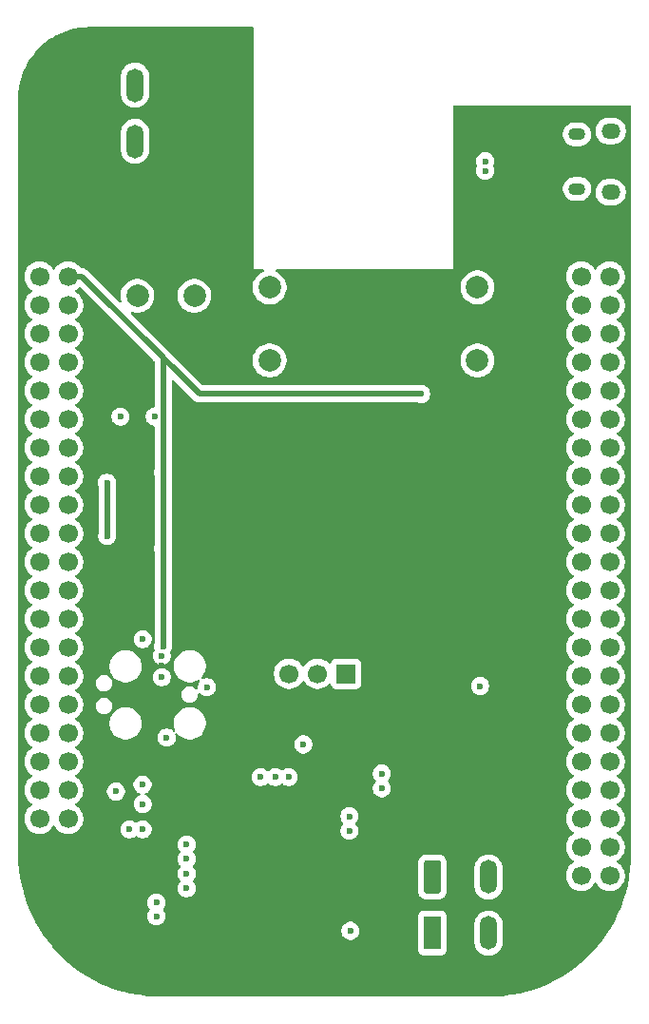
<source format=gbl>
G04 #@! TF.GenerationSoftware,KiCad,Pcbnew,9.0.1+1*
G04 #@! TF.CreationDate,2025-11-20T15:33:24+00:00*
G04 #@! TF.ProjectId,com4bbb,636f6d34-6262-4622-9e6b-696361645f70,rev?*
G04 #@! TF.SameCoordinates,Original*
G04 #@! TF.FileFunction,Copper,L4,Bot*
G04 #@! TF.FilePolarity,Positive*
%FSLAX46Y46*%
G04 Gerber Fmt 4.6, Leading zero omitted, Abs format (unit mm)*
G04 Created by KiCad (PCBNEW 9.0.1+1) date 2025-11-20 15:33:24*
%MOMM*%
%LPD*%
G01*
G04 APERTURE LIST*
G04 #@! TA.AperFunction,ComponentPad*
%ADD10R,1.700000X1.700000*%
G04 #@! TD*
G04 #@! TA.AperFunction,ComponentPad*
%ADD11C,1.700000*%
G04 #@! TD*
G04 #@! TA.AperFunction,ComponentPad*
%ADD12R,1.500000X3.000000*%
G04 #@! TD*
G04 #@! TA.AperFunction,ComponentPad*
%ADD13O,1.500000X3.000000*%
G04 #@! TD*
G04 #@! TA.AperFunction,ComponentPad*
%ADD14C,2.000000*%
G04 #@! TD*
G04 #@! TA.AperFunction,HeatsinkPad*
%ADD15O,1.700000X1.350000*%
G04 #@! TD*
G04 #@! TA.AperFunction,HeatsinkPad*
%ADD16O,1.500000X1.100000*%
G04 #@! TD*
G04 #@! TA.AperFunction,ViaPad*
%ADD17C,0.600000*%
G04 #@! TD*
G04 #@! TA.AperFunction,Conductor*
%ADD18C,0.500000*%
G04 #@! TD*
G04 #@! TA.AperFunction,Conductor*
%ADD19C,0.250000*%
G04 #@! TD*
G04 APERTURE END LIST*
D10*
X164630100Y-62382400D03*
D11*
X167170100Y-62382400D03*
X164630100Y-64922400D03*
X167170100Y-64922400D03*
X164630100Y-67462400D03*
X167170100Y-67462400D03*
X164630100Y-70002400D03*
X167170100Y-70002400D03*
X164630100Y-72542400D03*
X167170100Y-72542400D03*
X164630100Y-75082400D03*
X167170100Y-75082400D03*
X164630100Y-77622400D03*
X167170100Y-77622400D03*
X164630100Y-80162400D03*
X167170100Y-80162400D03*
X164630100Y-82702400D03*
X167170100Y-82702400D03*
X164630100Y-85242400D03*
X167170100Y-85242400D03*
X164630100Y-87782400D03*
X167170100Y-87782400D03*
X164630100Y-90322400D03*
X167170100Y-90322400D03*
X164630100Y-92862400D03*
X167170100Y-92862400D03*
X164630100Y-95402400D03*
X167170100Y-95402400D03*
X164630100Y-97942400D03*
X167170100Y-97942400D03*
X164630100Y-100482400D03*
X167170100Y-100482400D03*
X164630100Y-103022400D03*
X167170100Y-103022400D03*
X164630100Y-105562400D03*
X167170100Y-105562400D03*
X164630100Y-108102400D03*
X167170100Y-108102400D03*
X164630100Y-110642400D03*
X167170100Y-110642400D03*
X164630100Y-113182400D03*
X167170100Y-113182400D03*
X164630100Y-115722400D03*
X167170100Y-115722400D03*
X164630100Y-118262400D03*
X167170100Y-118262400D03*
D10*
X116370100Y-62382400D03*
D11*
X118910100Y-62382400D03*
X116370100Y-64922400D03*
X118910100Y-64922400D03*
X116370100Y-67462400D03*
X118910100Y-67462400D03*
X116370100Y-70002400D03*
X118910100Y-70002400D03*
X116370100Y-72542400D03*
X118910100Y-72542400D03*
X116370100Y-75082400D03*
X118910100Y-75082400D03*
X116370100Y-77622400D03*
X118910100Y-77622400D03*
X116370100Y-80162400D03*
X118910100Y-80162400D03*
X116370100Y-82702400D03*
X118910100Y-82702400D03*
X116370100Y-85242400D03*
X118910100Y-85242400D03*
X116370100Y-87782400D03*
X118910100Y-87782400D03*
X116370100Y-90322400D03*
X118910100Y-90322400D03*
X116370100Y-92862400D03*
X118910100Y-92862400D03*
X116370100Y-95402400D03*
X118910100Y-95402400D03*
X116370100Y-97942400D03*
X118910100Y-97942400D03*
X116370100Y-100482400D03*
X118910100Y-100482400D03*
X116370100Y-103022400D03*
X118910100Y-103022400D03*
X116370100Y-105562400D03*
X118910100Y-105562400D03*
X116370100Y-108102400D03*
X118910100Y-108102400D03*
X116370100Y-110642400D03*
X118910100Y-110642400D03*
X116370100Y-113182400D03*
X118910100Y-113182400D03*
X116370100Y-115722400D03*
X118910100Y-115722400D03*
X116370100Y-118262400D03*
X118910100Y-118262400D03*
G04 #@! TA.AperFunction,ComponentPad*
G36*
G01*
X150620100Y-119632399D02*
X150620100Y-117132401D01*
G75*
G02*
X150870101Y-116882400I250001J0D01*
G01*
X151870099Y-116882400D01*
G75*
G02*
X152120100Y-117132401I0J-250001D01*
G01*
X152120100Y-119632399D01*
G75*
G02*
X151870099Y-119882400I-250001J0D01*
G01*
X150870101Y-119882400D01*
G75*
G02*
X150620100Y-119632399I0J250001D01*
G01*
G37*
G04 #@! TD.AperFunction*
D12*
X151370100Y-123382400D03*
D13*
X156370100Y-118382400D03*
X156370100Y-123382400D03*
D14*
X155370100Y-72382400D03*
X155370100Y-65882400D03*
X159870100Y-72382400D03*
X159870100Y-65882400D03*
X136870100Y-72382400D03*
X136870100Y-65882400D03*
X141370100Y-72382400D03*
X141370100Y-65882400D03*
G04 #@! TA.AperFunction,ComponentPad*
G36*
G01*
X130620100Y-51632401D02*
X130620100Y-54132399D01*
G75*
G02*
X130370099Y-54382400I-250001J0D01*
G01*
X129370101Y-54382400D01*
G75*
G02*
X129120100Y-54132399I0J250001D01*
G01*
X129120100Y-51632401D01*
G75*
G02*
X129370101Y-51382400I250001J0D01*
G01*
X130370099Y-51382400D01*
G75*
G02*
X130620100Y-51632401I0J-250001D01*
G01*
G37*
G04 #@! TD.AperFunction*
D12*
X129870100Y-47882400D03*
D13*
X124870100Y-52882400D03*
X124870100Y-47882400D03*
D14*
X130160100Y-66632400D03*
X127620100Y-66632400D03*
X125080100Y-66632400D03*
D15*
X167250100Y-57412400D03*
D16*
X164250100Y-57102400D03*
X164250100Y-52262400D03*
D15*
X167250100Y-51952400D03*
D10*
X143670100Y-100282400D03*
D11*
X141130100Y-100282400D03*
X138590100Y-100282400D03*
D17*
X133770100Y-125882400D03*
X122620100Y-74882400D03*
X130270100Y-123482400D03*
X129870100Y-92882400D03*
X121370100Y-69632400D03*
X128870100Y-80082400D03*
X128570100Y-85382400D03*
X123120100Y-70132400D03*
X127245100Y-99582400D03*
X163170100Y-53382400D03*
X120870100Y-95582400D03*
X120870100Y-82632400D03*
X120870100Y-87382400D03*
X121120100Y-72382400D03*
X141470100Y-125582400D03*
X123870100Y-86882400D03*
X124370100Y-91882400D03*
X123120100Y-72632400D03*
X134370100Y-120882400D03*
X121170100Y-84182400D03*
X121120100Y-74632400D03*
X140670100Y-96682400D03*
X157270100Y-55082400D03*
X133270100Y-115982400D03*
X122070100Y-99382400D03*
X121620100Y-80132400D03*
X138370100Y-97882400D03*
X142970100Y-117582400D03*
X150370100Y-75382400D03*
X127370100Y-97828400D03*
X127370100Y-82382400D03*
X127370100Y-89132400D03*
X124370100Y-114132400D03*
X123170099Y-110772399D03*
X143970100Y-114282400D03*
X139870100Y-106582400D03*
X125544100Y-97203400D03*
X125537012Y-110162188D03*
X137370100Y-109482400D03*
X155620100Y-101382400D03*
X143970100Y-112982400D03*
X129470100Y-115482400D03*
X127245100Y-98682400D03*
X129470100Y-118082400D03*
X127696100Y-105982400D03*
X131270100Y-101482400D03*
X129470100Y-116782400D03*
X127245100Y-100582400D03*
X129470100Y-119382400D03*
X122385100Y-88017400D03*
X122370100Y-83282400D03*
X123570100Y-77382400D03*
X126770100Y-121882400D03*
X126620100Y-77382400D03*
X126770100Y-120682400D03*
X144070100Y-123182400D03*
X138570100Y-109482400D03*
X125544100Y-114133400D03*
X125544100Y-111882400D03*
X136070100Y-109482400D03*
X146870100Y-109182400D03*
X156070100Y-54657400D03*
X156070100Y-55507400D03*
X146870100Y-110482400D03*
D18*
X130591414Y-75382400D02*
X150370100Y-75382400D01*
X127370100Y-87382400D02*
X127370100Y-89132400D01*
X120131414Y-64922400D02*
X130591414Y-75382400D01*
X127370100Y-87382400D02*
X127370100Y-97828400D01*
X127370100Y-72161086D02*
X127370100Y-82382400D01*
X118910100Y-64922400D02*
X120131414Y-64922400D01*
X120131414Y-64922400D02*
X127370100Y-72161086D01*
X127370100Y-82382400D02*
X127370100Y-87382400D01*
D19*
X127245100Y-97828400D02*
X127245100Y-89257400D01*
X127245100Y-89257400D02*
X127370100Y-89132400D01*
D18*
X122370100Y-83282400D02*
X122370100Y-88002400D01*
X122370100Y-88002400D02*
X122385100Y-88017400D01*
G04 #@! TA.AperFunction,Conductor*
G36*
X135377521Y-42718077D02*
G01*
X135413485Y-42767577D01*
X135418330Y-42798170D01*
X135418330Y-64286667D01*
X135418330Y-64288133D01*
X135419367Y-64289170D01*
X135419368Y-64289170D01*
X136266886Y-64289170D01*
X136325077Y-64308077D01*
X136361041Y-64357577D01*
X136361041Y-64418763D01*
X136325077Y-64468263D01*
X136297479Y-64482325D01*
X136291036Y-64484418D01*
X136079475Y-64592213D01*
X135887379Y-64731779D01*
X135719479Y-64899679D01*
X135579913Y-65091775D01*
X135472118Y-65303336D01*
X135398742Y-65529163D01*
X135361600Y-65763674D01*
X135361600Y-66001125D01*
X135398742Y-66235636D01*
X135472118Y-66461463D01*
X135531188Y-66577396D01*
X135579915Y-66673027D01*
X135719480Y-66865122D01*
X135887378Y-67033020D01*
X136079473Y-67172585D01*
X136291037Y-67280382D01*
X136516859Y-67353756D01*
X136516860Y-67353756D01*
X136516863Y-67353757D01*
X136751375Y-67390900D01*
X136751378Y-67390900D01*
X136988825Y-67390900D01*
X137223336Y-67353757D01*
X137223337Y-67353756D01*
X137223341Y-67353756D01*
X137449163Y-67280382D01*
X137660727Y-67172585D01*
X137852822Y-67033020D01*
X138020720Y-66865122D01*
X138160285Y-66673027D01*
X138268082Y-66461463D01*
X138341456Y-66235641D01*
X138348305Y-66192400D01*
X138378600Y-66001125D01*
X138378600Y-65763674D01*
X153861600Y-65763674D01*
X153861600Y-66001125D01*
X153898742Y-66235636D01*
X153972118Y-66461463D01*
X154031188Y-66577396D01*
X154079915Y-66673027D01*
X154219480Y-66865122D01*
X154387378Y-67033020D01*
X154579473Y-67172585D01*
X154791037Y-67280382D01*
X155016859Y-67353756D01*
X155016860Y-67353756D01*
X155016863Y-67353757D01*
X155251375Y-67390900D01*
X155251378Y-67390900D01*
X155488825Y-67390900D01*
X155723336Y-67353757D01*
X155723337Y-67353756D01*
X155723341Y-67353756D01*
X155949163Y-67280382D01*
X156160727Y-67172585D01*
X156352822Y-67033020D01*
X156520720Y-66865122D01*
X156660285Y-66673027D01*
X156768082Y-66461463D01*
X156841456Y-66235641D01*
X156848305Y-66192400D01*
X156878600Y-66001125D01*
X156878600Y-65763674D01*
X156841457Y-65529163D01*
X156841456Y-65529159D01*
X156768082Y-65303337D01*
X156660285Y-65091773D01*
X156520720Y-64899678D01*
X156436522Y-64815480D01*
X163271600Y-64815480D01*
X163271600Y-65029319D01*
X163305050Y-65240513D01*
X163371127Y-65443881D01*
X163468203Y-65634405D01*
X163468206Y-65634409D01*
X163593894Y-65807404D01*
X163745096Y-65958606D01*
X163918091Y-66084294D01*
X163918093Y-66084295D01*
X163957139Y-66104190D01*
X164000404Y-66147455D01*
X164009975Y-66207887D01*
X163982198Y-66262404D01*
X163957139Y-66280610D01*
X163918093Y-66300504D01*
X163745097Y-66426193D01*
X163593893Y-66577397D01*
X163468204Y-66750393D01*
X163371127Y-66940918D01*
X163305050Y-67144286D01*
X163271600Y-67355480D01*
X163271600Y-67569319D01*
X163305050Y-67780513D01*
X163371127Y-67983881D01*
X163468203Y-68174405D01*
X163468206Y-68174409D01*
X163593894Y-68347404D01*
X163745096Y-68498606D01*
X163918091Y-68624294D01*
X163918093Y-68624295D01*
X163957139Y-68644190D01*
X164000404Y-68687455D01*
X164009975Y-68747887D01*
X163982198Y-68802404D01*
X163957139Y-68820610D01*
X163918093Y-68840504D01*
X163745097Y-68966193D01*
X163593893Y-69117397D01*
X163468204Y-69290393D01*
X163371127Y-69480918D01*
X163305050Y-69684286D01*
X163271600Y-69895480D01*
X163271600Y-70109319D01*
X163305050Y-70320513D01*
X163371127Y-70523881D01*
X163468203Y-70714405D01*
X163468206Y-70714409D01*
X163593894Y-70887404D01*
X163745096Y-71038606D01*
X163918091Y-71164294D01*
X163918093Y-71164295D01*
X163957139Y-71184190D01*
X164000404Y-71227455D01*
X164009975Y-71287887D01*
X163982198Y-71342404D01*
X163957139Y-71360610D01*
X163918093Y-71380504D01*
X163745097Y-71506193D01*
X163593893Y-71657397D01*
X163468204Y-71830393D01*
X163371127Y-72020918D01*
X163305050Y-72224286D01*
X163271600Y-72435480D01*
X163271600Y-72649319D01*
X163305050Y-72860513D01*
X163371127Y-73063881D01*
X163468203Y-73254405D01*
X163468206Y-73254409D01*
X163593894Y-73427404D01*
X163745096Y-73578606D01*
X163918091Y-73704294D01*
X163918093Y-73704295D01*
X163957139Y-73724190D01*
X164000404Y-73767455D01*
X164009975Y-73827887D01*
X163982198Y-73882404D01*
X163957139Y-73900610D01*
X163918093Y-73920504D01*
X163745097Y-74046193D01*
X163593893Y-74197397D01*
X163468204Y-74370393D01*
X163371127Y-74560918D01*
X163305050Y-74764286D01*
X163271600Y-74975480D01*
X163271600Y-75189319D01*
X163305050Y-75400513D01*
X163371127Y-75603881D01*
X163468203Y-75794405D01*
X163468206Y-75794409D01*
X163593894Y-75967404D01*
X163745096Y-76118606D01*
X163918091Y-76244294D01*
X163918093Y-76244295D01*
X163957139Y-76264190D01*
X164000404Y-76307455D01*
X164009975Y-76367887D01*
X163982198Y-76422404D01*
X163957139Y-76440610D01*
X163918093Y-76460504D01*
X163745097Y-76586193D01*
X163593893Y-76737397D01*
X163468204Y-76910393D01*
X163371127Y-77100918D01*
X163305050Y-77304286D01*
X163271600Y-77515480D01*
X163271600Y-77729319D01*
X163305050Y-77940513D01*
X163371127Y-78143881D01*
X163468203Y-78334405D01*
X163468206Y-78334409D01*
X163593894Y-78507404D01*
X163745096Y-78658606D01*
X163918091Y-78784294D01*
X163918093Y-78784295D01*
X163957139Y-78804190D01*
X164000404Y-78847455D01*
X164009975Y-78907887D01*
X163982198Y-78962404D01*
X163957139Y-78980610D01*
X163918093Y-79000504D01*
X163745097Y-79126193D01*
X163593893Y-79277397D01*
X163468204Y-79450393D01*
X163371127Y-79640918D01*
X163305050Y-79844286D01*
X163271600Y-80055480D01*
X163271600Y-80269319D01*
X163305050Y-80480513D01*
X163371127Y-80683881D01*
X163468203Y-80874405D01*
X163468206Y-80874409D01*
X163593894Y-81047404D01*
X163745096Y-81198606D01*
X163918091Y-81324294D01*
X163918093Y-81324295D01*
X163957139Y-81344190D01*
X164000404Y-81387455D01*
X164009975Y-81447887D01*
X163982198Y-81502404D01*
X163957139Y-81520610D01*
X163918093Y-81540504D01*
X163745097Y-81666193D01*
X163593893Y-81817397D01*
X163468204Y-81990393D01*
X163371127Y-82180918D01*
X163305050Y-82384286D01*
X163271600Y-82595480D01*
X163271600Y-82809319D01*
X163305050Y-83020513D01*
X163371127Y-83223881D01*
X163468203Y-83414405D01*
X163468206Y-83414409D01*
X163593894Y-83587404D01*
X163745096Y-83738606D01*
X163918091Y-83864294D01*
X163918093Y-83864295D01*
X163957139Y-83884190D01*
X164000404Y-83927455D01*
X164009975Y-83987887D01*
X163982198Y-84042404D01*
X163957139Y-84060610D01*
X163918093Y-84080504D01*
X163745097Y-84206193D01*
X163593893Y-84357397D01*
X163468204Y-84530393D01*
X163371127Y-84720918D01*
X163305050Y-84924286D01*
X163271600Y-85135480D01*
X163271600Y-85349319D01*
X163305050Y-85560513D01*
X163371127Y-85763881D01*
X163468203Y-85954405D01*
X163468206Y-85954409D01*
X163593894Y-86127404D01*
X163745096Y-86278606D01*
X163918091Y-86404294D01*
X163918093Y-86404295D01*
X163957139Y-86424190D01*
X164000404Y-86467455D01*
X164009975Y-86527887D01*
X163982198Y-86582404D01*
X163957139Y-86600610D01*
X163918093Y-86620504D01*
X163745097Y-86746193D01*
X163593893Y-86897397D01*
X163468204Y-87070393D01*
X163371127Y-87260918D01*
X163305050Y-87464286D01*
X163271600Y-87675480D01*
X163271600Y-87889319D01*
X163305050Y-88100513D01*
X163371127Y-88303881D01*
X163468203Y-88494405D01*
X163468206Y-88494409D01*
X163593894Y-88667404D01*
X163745096Y-88818606D01*
X163918091Y-88944294D01*
X163918093Y-88944295D01*
X163957139Y-88964190D01*
X164000404Y-89007455D01*
X164009975Y-89067887D01*
X163982198Y-89122404D01*
X163957139Y-89140610D01*
X163918093Y-89160504D01*
X163745097Y-89286193D01*
X163593893Y-89437397D01*
X163468204Y-89610393D01*
X163371127Y-89800918D01*
X163305050Y-90004286D01*
X163271600Y-90215480D01*
X163271600Y-90429319D01*
X163305050Y-90640513D01*
X163371127Y-90843881D01*
X163468203Y-91034405D01*
X163468206Y-91034409D01*
X163593894Y-91207404D01*
X163745096Y-91358606D01*
X163918091Y-91484294D01*
X163918093Y-91484295D01*
X163957139Y-91504190D01*
X164000404Y-91547455D01*
X164009975Y-91607887D01*
X163982198Y-91662404D01*
X163957139Y-91680610D01*
X163918093Y-91700504D01*
X163745097Y-91826193D01*
X163593893Y-91977397D01*
X163468204Y-92150393D01*
X163371127Y-92340918D01*
X163305050Y-92544286D01*
X163271600Y-92755480D01*
X163271600Y-92969319D01*
X163305050Y-93180513D01*
X163371127Y-93383881D01*
X163468203Y-93574405D01*
X163468206Y-93574409D01*
X163593894Y-93747404D01*
X163745096Y-93898606D01*
X163918091Y-94024294D01*
X163918093Y-94024295D01*
X163957139Y-94044190D01*
X164000404Y-94087455D01*
X164009975Y-94147887D01*
X163982198Y-94202404D01*
X163957139Y-94220610D01*
X163918093Y-94240504D01*
X163745097Y-94366193D01*
X163593893Y-94517397D01*
X163468204Y-94690393D01*
X163371127Y-94880918D01*
X163305050Y-95084286D01*
X163271600Y-95295480D01*
X163271600Y-95509319D01*
X163305050Y-95720513D01*
X163371127Y-95923881D01*
X163468203Y-96114405D01*
X163468206Y-96114409D01*
X163593894Y-96287404D01*
X163745096Y-96438606D01*
X163918091Y-96564294D01*
X163918093Y-96564295D01*
X163957139Y-96584190D01*
X164000404Y-96627455D01*
X164009975Y-96687887D01*
X163982198Y-96742404D01*
X163957139Y-96760610D01*
X163918093Y-96780504D01*
X163745097Y-96906193D01*
X163593893Y-97057397D01*
X163468204Y-97230393D01*
X163371127Y-97420918D01*
X163305050Y-97624286D01*
X163271600Y-97835480D01*
X163271600Y-98049319D01*
X163305050Y-98260513D01*
X163371127Y-98463881D01*
X163468203Y-98654405D01*
X163468206Y-98654409D01*
X163593894Y-98827404D01*
X163745096Y-98978606D01*
X163918091Y-99104294D01*
X163918093Y-99104295D01*
X163957139Y-99124190D01*
X164000404Y-99167455D01*
X164009975Y-99227887D01*
X163982198Y-99282404D01*
X163957139Y-99300610D01*
X163918093Y-99320504D01*
X163745097Y-99446193D01*
X163593893Y-99597397D01*
X163468204Y-99770393D01*
X163371127Y-99960918D01*
X163305050Y-100164286D01*
X163271600Y-100375480D01*
X163271600Y-100589319D01*
X163305050Y-100800513D01*
X163371127Y-101003881D01*
X163468203Y-101194405D01*
X163468206Y-101194409D01*
X163593894Y-101367404D01*
X163745096Y-101518606D01*
X163918091Y-101644294D01*
X163918093Y-101644295D01*
X163957139Y-101664190D01*
X164000404Y-101707455D01*
X164009975Y-101767887D01*
X163982198Y-101822404D01*
X163957139Y-101840610D01*
X163918093Y-101860504D01*
X163745097Y-101986193D01*
X163593893Y-102137397D01*
X163468204Y-102310393D01*
X163371127Y-102500918D01*
X163305050Y-102704286D01*
X163271600Y-102915480D01*
X163271600Y-103129319D01*
X163305050Y-103340513D01*
X163371127Y-103543881D01*
X163468203Y-103734405D01*
X163468206Y-103734409D01*
X163593894Y-103907404D01*
X163745096Y-104058606D01*
X163918091Y-104184294D01*
X163918093Y-104184295D01*
X163957139Y-104204190D01*
X164000404Y-104247455D01*
X164009975Y-104307887D01*
X163982198Y-104362404D01*
X163957139Y-104380610D01*
X163918093Y-104400504D01*
X163745097Y-104526193D01*
X163593893Y-104677397D01*
X163468204Y-104850393D01*
X163371127Y-105040918D01*
X163305050Y-105244286D01*
X163271600Y-105455480D01*
X163271600Y-105669319D01*
X163305050Y-105880513D01*
X163371127Y-106083881D01*
X163468203Y-106274405D01*
X163468206Y-106274409D01*
X163593894Y-106447404D01*
X163745096Y-106598606D01*
X163918091Y-106724294D01*
X163918093Y-106724295D01*
X163957139Y-106744190D01*
X164000404Y-106787455D01*
X164009975Y-106847887D01*
X163982198Y-106902404D01*
X163957139Y-106920610D01*
X163918093Y-106940504D01*
X163745097Y-107066193D01*
X163593893Y-107217397D01*
X163468204Y-107390393D01*
X163371127Y-107580918D01*
X163305050Y-107784286D01*
X163271600Y-107995480D01*
X163271600Y-108209319D01*
X163305050Y-108420513D01*
X163371127Y-108623881D01*
X163468203Y-108814405D01*
X163468206Y-108814409D01*
X163593894Y-108987404D01*
X163745096Y-109138606D01*
X163918091Y-109264294D01*
X163918093Y-109264295D01*
X163957139Y-109284190D01*
X164000404Y-109327455D01*
X164009975Y-109387887D01*
X163982198Y-109442404D01*
X163957139Y-109460610D01*
X163918093Y-109480504D01*
X163745097Y-109606193D01*
X163593893Y-109757397D01*
X163468204Y-109930393D01*
X163371127Y-110120918D01*
X163305050Y-110324286D01*
X163271600Y-110535480D01*
X163271600Y-110749319D01*
X163305050Y-110960513D01*
X163371127Y-111163881D01*
X163468203Y-111354405D01*
X163468206Y-111354409D01*
X163593894Y-111527404D01*
X163745096Y-111678606D01*
X163918091Y-111804294D01*
X163918093Y-111804295D01*
X163957139Y-111824190D01*
X164000404Y-111867455D01*
X164009975Y-111927887D01*
X163982198Y-111982404D01*
X163957139Y-112000610D01*
X163918093Y-112020504D01*
X163745097Y-112146193D01*
X163593893Y-112297397D01*
X163468204Y-112470393D01*
X163371127Y-112660918D01*
X163305050Y-112864286D01*
X163271600Y-113075480D01*
X163271600Y-113289319D01*
X163305050Y-113500513D01*
X163371127Y-113703881D01*
X163468203Y-113894405D01*
X163468206Y-113894409D01*
X163593894Y-114067404D01*
X163745096Y-114218606D01*
X163918091Y-114344294D01*
X163918093Y-114344295D01*
X163957139Y-114364190D01*
X164000404Y-114407455D01*
X164009975Y-114467887D01*
X163982198Y-114522404D01*
X163957139Y-114540610D01*
X163918093Y-114560504D01*
X163745097Y-114686193D01*
X163593893Y-114837397D01*
X163468204Y-115010393D01*
X163371127Y-115200918D01*
X163305050Y-115404286D01*
X163271600Y-115615480D01*
X163271600Y-115829319D01*
X163305050Y-116040513D01*
X163371127Y-116243881D01*
X163468203Y-116434405D01*
X163468206Y-116434409D01*
X163593894Y-116607404D01*
X163745096Y-116758606D01*
X163918091Y-116884294D01*
X163918093Y-116884295D01*
X163957139Y-116904190D01*
X164000404Y-116947455D01*
X164009975Y-117007887D01*
X163982198Y-117062404D01*
X163957139Y-117080610D01*
X163918093Y-117100504D01*
X163745097Y-117226193D01*
X163593893Y-117377397D01*
X163468204Y-117550393D01*
X163371127Y-117740918D01*
X163305050Y-117944286D01*
X163271600Y-118155480D01*
X163271600Y-118369319D01*
X163305050Y-118580513D01*
X163371127Y-118783881D01*
X163468203Y-118974405D01*
X163468206Y-118974409D01*
X163593894Y-119147404D01*
X163745096Y-119298606D01*
X163918091Y-119424294D01*
X164108617Y-119521372D01*
X164311984Y-119587449D01*
X164396464Y-119600829D01*
X164523181Y-119620900D01*
X164523184Y-119620900D01*
X164737019Y-119620900D01*
X164842616Y-119604174D01*
X164948216Y-119587449D01*
X165151583Y-119521372D01*
X165342109Y-119424294D01*
X165515104Y-119298606D01*
X165666306Y-119147404D01*
X165791994Y-118974409D01*
X165811890Y-118935361D01*
X165855154Y-118892096D01*
X165915586Y-118882524D01*
X165970103Y-118910301D01*
X165988310Y-118935361D01*
X166008202Y-118974403D01*
X166008203Y-118974405D01*
X166008204Y-118974406D01*
X166008206Y-118974409D01*
X166133894Y-119147404D01*
X166285096Y-119298606D01*
X166458091Y-119424294D01*
X166648617Y-119521372D01*
X166851984Y-119587449D01*
X166936464Y-119600829D01*
X167063181Y-119620900D01*
X167063184Y-119620900D01*
X167277019Y-119620900D01*
X167382616Y-119604174D01*
X167488216Y-119587449D01*
X167691583Y-119521372D01*
X167882109Y-119424294D01*
X168055104Y-119298606D01*
X168206306Y-119147404D01*
X168331994Y-118974409D01*
X168429072Y-118783883D01*
X168495149Y-118580516D01*
X168518280Y-118434472D01*
X168528600Y-118369319D01*
X168528600Y-118155480D01*
X168495149Y-117944286D01*
X168495149Y-117944284D01*
X168429072Y-117740917D01*
X168331994Y-117550391D01*
X168206306Y-117377396D01*
X168055104Y-117226194D01*
X167882109Y-117100506D01*
X167882105Y-117100503D01*
X167882103Y-117100502D01*
X167843061Y-117080610D01*
X167799796Y-117037346D01*
X167790224Y-116976914D01*
X167818001Y-116922397D01*
X167843061Y-116904190D01*
X167882103Y-116884297D01*
X167882105Y-116884296D01*
X167882104Y-116884296D01*
X167882109Y-116884294D01*
X168055104Y-116758606D01*
X168206306Y-116607404D01*
X168331994Y-116434409D01*
X168429072Y-116243883D01*
X168495149Y-116040516D01*
X168528600Y-115829316D01*
X168528600Y-115615484D01*
X168528600Y-115615480D01*
X168495149Y-115404286D01*
X168495149Y-115404284D01*
X168429072Y-115200917D01*
X168331994Y-115010391D01*
X168206306Y-114837396D01*
X168055104Y-114686194D01*
X167882109Y-114560506D01*
X167882105Y-114560503D01*
X167882103Y-114560502D01*
X167843061Y-114540610D01*
X167799796Y-114497346D01*
X167790224Y-114436914D01*
X167818001Y-114382397D01*
X167843061Y-114364190D01*
X167882103Y-114344297D01*
X167882105Y-114344296D01*
X167882104Y-114344296D01*
X167882109Y-114344294D01*
X168055104Y-114218606D01*
X168206306Y-114067404D01*
X168331994Y-113894409D01*
X168429072Y-113703883D01*
X168495149Y-113500516D01*
X168511874Y-113394916D01*
X168528600Y-113289319D01*
X168528600Y-113075480D01*
X168501245Y-112902771D01*
X168495149Y-112864284D01*
X168429072Y-112660917D01*
X168331994Y-112470391D01*
X168206306Y-112297396D01*
X168055104Y-112146194D01*
X167882109Y-112020506D01*
X167882105Y-112020503D01*
X167882103Y-112020502D01*
X167843061Y-112000610D01*
X167799796Y-111957346D01*
X167790224Y-111896914D01*
X167818001Y-111842397D01*
X167843061Y-111824190D01*
X167882103Y-111804297D01*
X167882105Y-111804296D01*
X167882104Y-111804296D01*
X167882109Y-111804294D01*
X168055104Y-111678606D01*
X168206306Y-111527404D01*
X168331994Y-111354409D01*
X168429072Y-111163883D01*
X168495149Y-110960516D01*
X168528600Y-110749316D01*
X168528600Y-110535484D01*
X168528600Y-110535480D01*
X168495149Y-110324286D01*
X168495149Y-110324284D01*
X168429072Y-110120917D01*
X168331994Y-109930391D01*
X168206306Y-109757396D01*
X168055104Y-109606194D01*
X167882109Y-109480506D01*
X167882105Y-109480503D01*
X167882103Y-109480502D01*
X167843061Y-109460610D01*
X167799796Y-109417346D01*
X167790224Y-109356914D01*
X167818001Y-109302397D01*
X167843061Y-109284190D01*
X167882103Y-109264297D01*
X167882105Y-109264296D01*
X167882104Y-109264296D01*
X167882109Y-109264294D01*
X168055104Y-109138606D01*
X168206306Y-108987404D01*
X168331994Y-108814409D01*
X168429072Y-108623883D01*
X168495149Y-108420516D01*
X168528600Y-108209316D01*
X168528600Y-107995484D01*
X168528600Y-107995480D01*
X168495149Y-107784286D01*
X168495149Y-107784284D01*
X168429072Y-107580917D01*
X168331994Y-107390391D01*
X168206306Y-107217396D01*
X168055104Y-107066194D01*
X167882109Y-106940506D01*
X167882105Y-106940503D01*
X167882103Y-106940502D01*
X167843061Y-106920610D01*
X167799796Y-106877346D01*
X167790224Y-106816914D01*
X167818001Y-106762397D01*
X167843061Y-106744190D01*
X167882103Y-106724297D01*
X167882105Y-106724296D01*
X167882104Y-106724296D01*
X167882109Y-106724294D01*
X168055104Y-106598606D01*
X168206306Y-106447404D01*
X168331994Y-106274409D01*
X168429072Y-106083883D01*
X168495149Y-105880516D01*
X168528600Y-105669316D01*
X168528600Y-105455484D01*
X168528600Y-105455480D01*
X168495149Y-105244286D01*
X168495149Y-105244284D01*
X168429072Y-105040917D01*
X168331994Y-104850391D01*
X168206306Y-104677396D01*
X168055104Y-104526194D01*
X167882109Y-104400506D01*
X167882105Y-104400503D01*
X167882103Y-104400502D01*
X167843061Y-104380610D01*
X167799796Y-104337346D01*
X167790224Y-104276914D01*
X167818001Y-104222397D01*
X167843061Y-104204190D01*
X167882103Y-104184297D01*
X167882105Y-104184296D01*
X167882104Y-104184296D01*
X167882109Y-104184294D01*
X168055104Y-104058606D01*
X168206306Y-103907404D01*
X168331994Y-103734409D01*
X168429072Y-103543883D01*
X168495149Y-103340516D01*
X168528600Y-103129316D01*
X168528600Y-102915484D01*
X168528600Y-102915480D01*
X168495149Y-102704286D01*
X168495149Y-102704284D01*
X168429072Y-102500917D01*
X168331994Y-102310391D01*
X168206306Y-102137396D01*
X168055104Y-101986194D01*
X167882109Y-101860506D01*
X167882105Y-101860503D01*
X167882103Y-101860502D01*
X167843061Y-101840610D01*
X167799796Y-101797346D01*
X167790224Y-101736914D01*
X167818001Y-101682397D01*
X167843061Y-101664190D01*
X167882103Y-101644297D01*
X167882105Y-101644296D01*
X167882104Y-101644296D01*
X167882109Y-101644294D01*
X168055104Y-101518606D01*
X168206306Y-101367404D01*
X168331994Y-101194409D01*
X168429072Y-101003883D01*
X168495149Y-100800516D01*
X168517083Y-100662030D01*
X168528600Y-100589319D01*
X168528600Y-100375480D01*
X168495149Y-100164286D01*
X168495149Y-100164284D01*
X168429072Y-99960917D01*
X168331994Y-99770391D01*
X168206306Y-99597396D01*
X168055104Y-99446194D01*
X167882109Y-99320506D01*
X167882105Y-99320503D01*
X167882103Y-99320502D01*
X167843061Y-99300610D01*
X167799796Y-99257346D01*
X167790224Y-99196914D01*
X167818001Y-99142397D01*
X167843061Y-99124190D01*
X167882103Y-99104297D01*
X167882105Y-99104296D01*
X167882104Y-99104296D01*
X167882109Y-99104294D01*
X168055104Y-98978606D01*
X168206306Y-98827404D01*
X168331994Y-98654409D01*
X168429072Y-98463883D01*
X168495149Y-98260516D01*
X168511991Y-98154179D01*
X168528600Y-98049319D01*
X168528600Y-97835480D01*
X168495149Y-97624286D01*
X168495149Y-97624284D01*
X168429072Y-97420917D01*
X168331994Y-97230391D01*
X168206306Y-97057396D01*
X168055104Y-96906194D01*
X167882109Y-96780506D01*
X167882105Y-96780503D01*
X167882103Y-96780502D01*
X167843061Y-96760610D01*
X167799796Y-96717346D01*
X167790224Y-96656914D01*
X167818001Y-96602397D01*
X167843061Y-96584190D01*
X167882103Y-96564297D01*
X167882105Y-96564296D01*
X167882104Y-96564296D01*
X167882109Y-96564294D01*
X168055104Y-96438606D01*
X168206306Y-96287404D01*
X168331994Y-96114409D01*
X168429072Y-95923883D01*
X168495149Y-95720516D01*
X168528600Y-95509316D01*
X168528600Y-95295484D01*
X168528600Y-95295480D01*
X168495149Y-95084286D01*
X168495149Y-95084284D01*
X168429072Y-94880917D01*
X168331994Y-94690391D01*
X168206306Y-94517396D01*
X168055104Y-94366194D01*
X167882109Y-94240506D01*
X167882105Y-94240503D01*
X167882103Y-94240502D01*
X167843061Y-94220610D01*
X167799796Y-94177346D01*
X167790224Y-94116914D01*
X167818001Y-94062397D01*
X167843061Y-94044190D01*
X167882103Y-94024297D01*
X167882105Y-94024296D01*
X167882104Y-94024296D01*
X167882109Y-94024294D01*
X168055104Y-93898606D01*
X168206306Y-93747404D01*
X168331994Y-93574409D01*
X168429072Y-93383883D01*
X168495149Y-93180516D01*
X168528600Y-92969316D01*
X168528600Y-92755484D01*
X168528600Y-92755480D01*
X168495149Y-92544286D01*
X168495149Y-92544284D01*
X168429072Y-92340917D01*
X168331994Y-92150391D01*
X168206306Y-91977396D01*
X168055104Y-91826194D01*
X167882109Y-91700506D01*
X167882105Y-91700503D01*
X167882103Y-91700502D01*
X167843061Y-91680610D01*
X167799796Y-91637346D01*
X167790224Y-91576914D01*
X167818001Y-91522397D01*
X167843061Y-91504190D01*
X167882103Y-91484297D01*
X167882105Y-91484296D01*
X167882104Y-91484296D01*
X167882109Y-91484294D01*
X168055104Y-91358606D01*
X168206306Y-91207404D01*
X168331994Y-91034409D01*
X168429072Y-90843883D01*
X168495149Y-90640516D01*
X168528600Y-90429316D01*
X168528600Y-90215484D01*
X168528600Y-90215480D01*
X168495149Y-90004286D01*
X168495149Y-90004284D01*
X168429072Y-89800917D01*
X168331994Y-89610391D01*
X168206306Y-89437396D01*
X168055104Y-89286194D01*
X167882109Y-89160506D01*
X167882105Y-89160503D01*
X167882103Y-89160502D01*
X167843061Y-89140610D01*
X167799796Y-89097346D01*
X167790224Y-89036914D01*
X167818001Y-88982397D01*
X167843061Y-88964190D01*
X167882103Y-88944297D01*
X167882105Y-88944296D01*
X167882104Y-88944296D01*
X167882109Y-88944294D01*
X168055104Y-88818606D01*
X168206306Y-88667404D01*
X168331994Y-88494409D01*
X168429072Y-88303883D01*
X168495149Y-88100516D01*
X168511874Y-87994916D01*
X168528600Y-87889319D01*
X168528600Y-87675480D01*
X168495149Y-87464286D01*
X168495149Y-87464284D01*
X168429072Y-87260917D01*
X168331994Y-87070391D01*
X168206306Y-86897396D01*
X168055104Y-86746194D01*
X167882109Y-86620506D01*
X167882105Y-86620503D01*
X167882103Y-86620502D01*
X167843061Y-86600610D01*
X167799796Y-86557346D01*
X167790224Y-86496914D01*
X167818001Y-86442397D01*
X167843061Y-86424190D01*
X167882103Y-86404297D01*
X167882105Y-86404296D01*
X167882104Y-86404296D01*
X167882109Y-86404294D01*
X168055104Y-86278606D01*
X168206306Y-86127404D01*
X168331994Y-85954409D01*
X168429072Y-85763883D01*
X168495149Y-85560516D01*
X168528600Y-85349316D01*
X168528600Y-85135484D01*
X168528600Y-85135480D01*
X168495149Y-84924286D01*
X168495149Y-84924284D01*
X168429072Y-84720917D01*
X168331994Y-84530391D01*
X168206306Y-84357396D01*
X168055104Y-84206194D01*
X167882109Y-84080506D01*
X167882105Y-84080503D01*
X167882103Y-84080502D01*
X167843061Y-84060610D01*
X167799796Y-84017346D01*
X167790224Y-83956914D01*
X167818001Y-83902397D01*
X167843061Y-83884190D01*
X167882103Y-83864297D01*
X167882105Y-83864296D01*
X167882104Y-83864296D01*
X167882109Y-83864294D01*
X168055104Y-83738606D01*
X168206306Y-83587404D01*
X168331994Y-83414409D01*
X168429072Y-83223883D01*
X168495149Y-83020516D01*
X168528600Y-82809316D01*
X168528600Y-82595484D01*
X168528600Y-82595480D01*
X168495149Y-82384286D01*
X168495149Y-82384284D01*
X168429072Y-82180917D01*
X168331994Y-81990391D01*
X168206306Y-81817396D01*
X168055104Y-81666194D01*
X167882109Y-81540506D01*
X167882105Y-81540503D01*
X167882103Y-81540502D01*
X167843061Y-81520610D01*
X167799796Y-81477346D01*
X167790224Y-81416914D01*
X167818001Y-81362397D01*
X167843061Y-81344190D01*
X167882103Y-81324297D01*
X167882105Y-81324296D01*
X167882104Y-81324296D01*
X167882109Y-81324294D01*
X168055104Y-81198606D01*
X168206306Y-81047404D01*
X168331994Y-80874409D01*
X168429072Y-80683883D01*
X168495149Y-80480516D01*
X168528600Y-80269316D01*
X168528600Y-80055484D01*
X168528600Y-80055480D01*
X168495149Y-79844286D01*
X168495149Y-79844284D01*
X168429072Y-79640917D01*
X168331994Y-79450391D01*
X168206306Y-79277396D01*
X168055104Y-79126194D01*
X167882109Y-79000506D01*
X167882105Y-79000503D01*
X167882103Y-79000502D01*
X167843061Y-78980610D01*
X167799796Y-78937346D01*
X167790224Y-78876914D01*
X167818001Y-78822397D01*
X167843061Y-78804190D01*
X167882103Y-78784297D01*
X167882105Y-78784296D01*
X167882104Y-78784296D01*
X167882109Y-78784294D01*
X168055104Y-78658606D01*
X168206306Y-78507404D01*
X168331994Y-78334409D01*
X168429072Y-78143883D01*
X168495149Y-77940516D01*
X168528600Y-77729316D01*
X168528600Y-77515484D01*
X168528600Y-77515480D01*
X168506299Y-77374684D01*
X168495149Y-77304284D01*
X168429072Y-77100917D01*
X168331994Y-76910391D01*
X168206306Y-76737396D01*
X168055104Y-76586194D01*
X167882109Y-76460506D01*
X167882105Y-76460503D01*
X167882103Y-76460502D01*
X167843061Y-76440610D01*
X167799796Y-76397346D01*
X167790224Y-76336914D01*
X167818001Y-76282397D01*
X167843061Y-76264190D01*
X167882103Y-76244297D01*
X167882105Y-76244296D01*
X167882104Y-76244296D01*
X167882109Y-76244294D01*
X168055104Y-76118606D01*
X168206306Y-75967404D01*
X168331994Y-75794409D01*
X168429072Y-75603883D01*
X168495149Y-75400516D01*
X168528600Y-75189316D01*
X168528600Y-74975484D01*
X168528600Y-74975480D01*
X168495149Y-74764286D01*
X168495149Y-74764284D01*
X168429072Y-74560917D01*
X168331994Y-74370391D01*
X168206306Y-74197396D01*
X168055104Y-74046194D01*
X167882109Y-73920506D01*
X167882105Y-73920503D01*
X167882103Y-73920502D01*
X167843061Y-73900610D01*
X167799796Y-73857346D01*
X167790224Y-73796914D01*
X167818001Y-73742397D01*
X167843061Y-73724190D01*
X167882103Y-73704297D01*
X167882105Y-73704296D01*
X167882104Y-73704296D01*
X167882109Y-73704294D01*
X168055104Y-73578606D01*
X168206306Y-73427404D01*
X168331994Y-73254409D01*
X168429072Y-73063883D01*
X168495149Y-72860516D01*
X168528600Y-72649316D01*
X168528600Y-72435484D01*
X168528600Y-72435480D01*
X168495149Y-72224286D01*
X168495149Y-72224284D01*
X168429072Y-72020917D01*
X168331994Y-71830391D01*
X168206306Y-71657396D01*
X168055104Y-71506194D01*
X167882109Y-71380506D01*
X167882105Y-71380503D01*
X167882103Y-71380502D01*
X167843061Y-71360610D01*
X167799796Y-71317346D01*
X167790224Y-71256914D01*
X167818001Y-71202397D01*
X167843061Y-71184190D01*
X167882103Y-71164297D01*
X167882105Y-71164296D01*
X167882104Y-71164296D01*
X167882109Y-71164294D01*
X168055104Y-71038606D01*
X168206306Y-70887404D01*
X168331994Y-70714409D01*
X168429072Y-70523883D01*
X168495149Y-70320516D01*
X168528600Y-70109316D01*
X168528600Y-69895484D01*
X168528600Y-69895480D01*
X168495149Y-69684286D01*
X168495149Y-69684284D01*
X168429072Y-69480917D01*
X168331994Y-69290391D01*
X168206306Y-69117396D01*
X168055104Y-68966194D01*
X167882109Y-68840506D01*
X167882105Y-68840503D01*
X167882103Y-68840502D01*
X167843061Y-68820610D01*
X167799796Y-68777346D01*
X167790224Y-68716914D01*
X167818001Y-68662397D01*
X167843061Y-68644190D01*
X167882103Y-68624297D01*
X167882105Y-68624296D01*
X167882104Y-68624296D01*
X167882109Y-68624294D01*
X168055104Y-68498606D01*
X168206306Y-68347404D01*
X168331994Y-68174409D01*
X168429072Y-67983883D01*
X168495149Y-67780516D01*
X168521345Y-67615122D01*
X168528600Y-67569319D01*
X168528600Y-67355480D01*
X168503939Y-67199784D01*
X168495149Y-67144284D01*
X168429072Y-66940917D01*
X168331994Y-66750391D01*
X168206306Y-66577396D01*
X168055104Y-66426194D01*
X167882109Y-66300506D01*
X167882105Y-66300503D01*
X167882103Y-66300502D01*
X167843061Y-66280610D01*
X167799796Y-66237346D01*
X167790224Y-66176914D01*
X167818001Y-66122397D01*
X167843061Y-66104190D01*
X167882103Y-66084297D01*
X167882105Y-66084296D01*
X167882104Y-66084296D01*
X167882109Y-66084294D01*
X168055104Y-65958606D01*
X168206306Y-65807404D01*
X168331994Y-65634409D01*
X168429072Y-65443883D01*
X168495149Y-65240516D01*
X168513619Y-65123900D01*
X168528600Y-65029319D01*
X168528600Y-64815480D01*
X168495149Y-64604286D01*
X168495149Y-64604284D01*
X168429072Y-64400917D01*
X168331994Y-64210391D01*
X168206306Y-64037396D01*
X168055104Y-63886194D01*
X167882109Y-63760506D01*
X167882108Y-63760505D01*
X167882106Y-63760504D01*
X167691581Y-63663427D01*
X167488213Y-63597350D01*
X167277019Y-63563900D01*
X167277016Y-63563900D01*
X167063184Y-63563900D01*
X167063181Y-63563900D01*
X166851986Y-63597350D01*
X166648618Y-63663427D01*
X166458093Y-63760504D01*
X166285097Y-63886193D01*
X166133893Y-64037397D01*
X166008204Y-64210393D01*
X165988310Y-64249439D01*
X165945045Y-64292704D01*
X165884613Y-64302275D01*
X165830096Y-64274498D01*
X165811890Y-64249439D01*
X165791995Y-64210393D01*
X165779394Y-64193049D01*
X165666306Y-64037396D01*
X165515104Y-63886194D01*
X165342109Y-63760506D01*
X165342108Y-63760505D01*
X165342106Y-63760504D01*
X165151581Y-63663427D01*
X164948213Y-63597350D01*
X164737019Y-63563900D01*
X164737016Y-63563900D01*
X164523184Y-63563900D01*
X164523181Y-63563900D01*
X164311986Y-63597350D01*
X164108618Y-63663427D01*
X163918093Y-63760504D01*
X163745097Y-63886193D01*
X163593893Y-64037397D01*
X163468204Y-64210393D01*
X163371127Y-64400918D01*
X163305050Y-64604286D01*
X163271600Y-64815480D01*
X156436522Y-64815480D01*
X156352822Y-64731780D01*
X156160727Y-64592215D01*
X156160726Y-64592214D01*
X156160724Y-64592213D01*
X155949163Y-64484418D01*
X155723336Y-64411042D01*
X155488825Y-64373900D01*
X155488822Y-64373900D01*
X155251378Y-64373900D01*
X155251375Y-64373900D01*
X155016863Y-64411042D01*
X154791036Y-64484418D01*
X154579475Y-64592213D01*
X154387379Y-64731779D01*
X154219479Y-64899679D01*
X154079913Y-65091775D01*
X153972118Y-65303336D01*
X153898742Y-65529163D01*
X153861600Y-65763674D01*
X138378600Y-65763674D01*
X138341457Y-65529163D01*
X138341456Y-65529159D01*
X138268082Y-65303337D01*
X138160285Y-65091773D01*
X138020720Y-64899678D01*
X137852822Y-64731780D01*
X137660727Y-64592215D01*
X137660726Y-64592214D01*
X137660724Y-64592213D01*
X137449163Y-64484418D01*
X137442721Y-64482325D01*
X137393221Y-64446361D01*
X137374314Y-64388170D01*
X137393221Y-64329979D01*
X137442721Y-64294015D01*
X137473314Y-64289170D01*
X153200832Y-64289170D01*
X153200833Y-64289170D01*
X153201870Y-64288133D01*
X153201870Y-56998144D01*
X162991600Y-56998144D01*
X162991600Y-57206655D01*
X163032277Y-57411152D01*
X163032277Y-57411154D01*
X163112066Y-57603783D01*
X163112072Y-57603795D01*
X163194908Y-57727766D01*
X163227909Y-57777155D01*
X163375345Y-57924591D01*
X163449258Y-57973978D01*
X163548704Y-58040427D01*
X163548716Y-58040433D01*
X163619873Y-58069906D01*
X163741347Y-58120223D01*
X163945847Y-58160900D01*
X163945848Y-58160900D01*
X164554352Y-58160900D01*
X164554353Y-58160900D01*
X164758853Y-58120223D01*
X164951488Y-58040431D01*
X164951490Y-58040429D01*
X164951495Y-58040427D01*
X165001552Y-58006978D01*
X165124855Y-57924591D01*
X165272291Y-57777155D01*
X165354678Y-57653852D01*
X165388127Y-57603795D01*
X165388133Y-57603783D01*
X165467923Y-57411153D01*
X165486203Y-57319252D01*
X165891600Y-57319252D01*
X165891600Y-57505547D01*
X165920739Y-57689532D01*
X165949210Y-57777154D01*
X165978307Y-57866706D01*
X166007799Y-57924587D01*
X166062879Y-58032688D01*
X166062881Y-58032692D01*
X166172371Y-58183393D01*
X166172373Y-58183395D01*
X166172376Y-58183399D01*
X166304101Y-58315124D01*
X166304104Y-58315126D01*
X166304106Y-58315128D01*
X166454807Y-58424618D01*
X166454811Y-58424620D01*
X166620794Y-58509193D01*
X166797963Y-58566759D01*
X166797964Y-58566759D01*
X166797967Y-58566760D01*
X166981953Y-58595900D01*
X166981956Y-58595900D01*
X167518247Y-58595900D01*
X167702232Y-58566760D01*
X167702233Y-58566759D01*
X167702237Y-58566759D01*
X167879406Y-58509193D01*
X168045389Y-58424620D01*
X168196099Y-58315124D01*
X168327824Y-58183399D01*
X168437320Y-58032689D01*
X168521893Y-57866706D01*
X168579459Y-57689537D01*
X168608600Y-57505544D01*
X168608600Y-57319256D01*
X168608600Y-57319252D01*
X168579460Y-57135267D01*
X168521894Y-56958098D01*
X168521893Y-56958094D01*
X168437320Y-56792111D01*
X168437318Y-56792107D01*
X168327828Y-56641406D01*
X168327826Y-56641404D01*
X168327824Y-56641401D01*
X168196099Y-56509676D01*
X168196095Y-56509673D01*
X168196093Y-56509671D01*
X168045392Y-56400181D01*
X168045388Y-56400179D01*
X167966964Y-56360220D01*
X167879406Y-56315607D01*
X167879403Y-56315606D01*
X167879401Y-56315605D01*
X167702232Y-56258039D01*
X167518247Y-56228900D01*
X167518244Y-56228900D01*
X166981956Y-56228900D01*
X166981953Y-56228900D01*
X166797967Y-56258039D01*
X166620798Y-56315605D01*
X166454811Y-56400179D01*
X166454807Y-56400181D01*
X166304106Y-56509671D01*
X166172371Y-56641406D01*
X166062881Y-56792107D01*
X166062879Y-56792111D01*
X165978305Y-56958098D01*
X165920739Y-57135267D01*
X165891600Y-57319252D01*
X165486203Y-57319252D01*
X165508600Y-57206653D01*
X165508600Y-56998147D01*
X165467923Y-56793647D01*
X165388131Y-56601012D01*
X165388127Y-56601004D01*
X165321678Y-56501558D01*
X165272291Y-56427645D01*
X165124855Y-56280209D01*
X165048066Y-56228900D01*
X164951495Y-56164372D01*
X164951483Y-56164366D01*
X164758853Y-56084577D01*
X164554355Y-56043900D01*
X164554353Y-56043900D01*
X163945847Y-56043900D01*
X163945844Y-56043900D01*
X163741347Y-56084577D01*
X163741345Y-56084577D01*
X163548716Y-56164366D01*
X163548704Y-56164372D01*
X163375345Y-56280209D01*
X163375341Y-56280212D01*
X163227912Y-56427641D01*
X163227909Y-56427645D01*
X163112072Y-56601004D01*
X163112066Y-56601016D01*
X163032277Y-56793645D01*
X163032277Y-56793647D01*
X162991600Y-56998144D01*
X153201870Y-56998144D01*
X153201870Y-54577767D01*
X155261600Y-54577767D01*
X155261600Y-54737032D01*
X155292669Y-54893228D01*
X155292671Y-54893234D01*
X155355334Y-55044514D01*
X155360135Y-55105511D01*
X155355334Y-55120286D01*
X155292671Y-55271565D01*
X155292669Y-55271571D01*
X155261600Y-55427767D01*
X155261600Y-55587032D01*
X155292669Y-55743228D01*
X155292671Y-55743234D01*
X155353616Y-55890367D01*
X155353617Y-55890368D01*
X155442097Y-56022789D01*
X155554711Y-56135403D01*
X155687132Y-56223883D01*
X155834269Y-56284830D01*
X155990470Y-56315900D01*
X155990471Y-56315900D01*
X156149729Y-56315900D01*
X156149730Y-56315900D01*
X156305931Y-56284830D01*
X156453068Y-56223883D01*
X156585489Y-56135403D01*
X156698103Y-56022789D01*
X156786583Y-55890368D01*
X156847530Y-55743231D01*
X156878600Y-55587030D01*
X156878600Y-55427770D01*
X156847530Y-55271569D01*
X156786583Y-55124432D01*
X156786581Y-55124429D01*
X156784865Y-55120286D01*
X156780064Y-55059290D01*
X156784865Y-55044514D01*
X156786581Y-55040370D01*
X156786583Y-55040368D01*
X156847530Y-54893231D01*
X156878600Y-54737030D01*
X156878600Y-54577770D01*
X156847530Y-54421569D01*
X156786583Y-54274432D01*
X156698103Y-54142011D01*
X156585489Y-54029397D01*
X156453068Y-53940917D01*
X156453069Y-53940917D01*
X156453067Y-53940916D01*
X156305934Y-53879971D01*
X156305928Y-53879969D01*
X156149732Y-53848900D01*
X156149730Y-53848900D01*
X155990470Y-53848900D01*
X155990467Y-53848900D01*
X155834271Y-53879969D01*
X155834265Y-53879971D01*
X155687132Y-53940916D01*
X155554714Y-54029394D01*
X155442094Y-54142014D01*
X155353616Y-54274432D01*
X155292671Y-54421565D01*
X155292669Y-54421571D01*
X155261600Y-54577767D01*
X153201870Y-54577767D01*
X153201870Y-52158144D01*
X162991600Y-52158144D01*
X162991600Y-52366655D01*
X163032277Y-52571152D01*
X163032277Y-52571154D01*
X163112066Y-52763783D01*
X163112072Y-52763795D01*
X163173100Y-52855128D01*
X163227909Y-52937155D01*
X163375345Y-53084591D01*
X163449258Y-53133978D01*
X163548704Y-53200427D01*
X163548716Y-53200433D01*
X163619873Y-53229906D01*
X163741347Y-53280223D01*
X163945847Y-53320900D01*
X163945848Y-53320900D01*
X164554352Y-53320900D01*
X164554353Y-53320900D01*
X164758853Y-53280223D01*
X164951488Y-53200431D01*
X164951490Y-53200429D01*
X164951495Y-53200427D01*
X165001552Y-53166978D01*
X165124855Y-53084591D01*
X165272291Y-52937155D01*
X165354678Y-52813852D01*
X165388127Y-52763795D01*
X165388133Y-52763783D01*
X165467923Y-52571153D01*
X165508600Y-52366653D01*
X165508600Y-52158147D01*
X165467923Y-51953647D01*
X165428823Y-51859252D01*
X165891600Y-51859252D01*
X165891600Y-52045547D01*
X165920739Y-52229532D01*
X165965294Y-52366655D01*
X165978307Y-52406706D01*
X166022920Y-52494264D01*
X166062879Y-52572688D01*
X166062881Y-52572692D01*
X166172371Y-52723393D01*
X166172373Y-52723395D01*
X166172376Y-52723399D01*
X166304101Y-52855124D01*
X166304104Y-52855126D01*
X166304106Y-52855128D01*
X166454807Y-52964618D01*
X166454811Y-52964620D01*
X166620794Y-53049193D01*
X166797963Y-53106759D01*
X166797964Y-53106759D01*
X166797967Y-53106760D01*
X166981953Y-53135900D01*
X166981956Y-53135900D01*
X167518247Y-53135900D01*
X167702232Y-53106760D01*
X167702233Y-53106759D01*
X167702237Y-53106759D01*
X167879406Y-53049193D01*
X168045389Y-52964620D01*
X168196099Y-52855124D01*
X168327824Y-52723399D01*
X168437320Y-52572689D01*
X168521893Y-52406706D01*
X168579459Y-52229537D01*
X168590766Y-52158147D01*
X168608600Y-52045547D01*
X168608600Y-51859252D01*
X168579460Y-51675267D01*
X168571024Y-51649302D01*
X168521893Y-51498094D01*
X168437320Y-51332111D01*
X168437318Y-51332107D01*
X168327828Y-51181406D01*
X168327826Y-51181404D01*
X168327824Y-51181401D01*
X168196099Y-51049676D01*
X168196095Y-51049673D01*
X168196093Y-51049671D01*
X168045392Y-50940181D01*
X168045388Y-50940179D01*
X167966964Y-50900220D01*
X167879406Y-50855607D01*
X167879403Y-50855606D01*
X167879401Y-50855605D01*
X167702232Y-50798039D01*
X167518247Y-50768900D01*
X167518244Y-50768900D01*
X166981956Y-50768900D01*
X166981953Y-50768900D01*
X166797967Y-50798039D01*
X166620798Y-50855605D01*
X166454811Y-50940179D01*
X166454807Y-50940181D01*
X166304106Y-51049671D01*
X166172371Y-51181406D01*
X166062881Y-51332107D01*
X166062879Y-51332111D01*
X165978305Y-51498098D01*
X165920739Y-51675267D01*
X165891600Y-51859252D01*
X165428823Y-51859252D01*
X165388131Y-51761012D01*
X165388127Y-51761004D01*
X165321678Y-51661558D01*
X165272291Y-51587645D01*
X165124855Y-51440209D01*
X165075466Y-51407208D01*
X164951495Y-51324372D01*
X164951483Y-51324366D01*
X164758853Y-51244577D01*
X164554355Y-51203900D01*
X164554353Y-51203900D01*
X163945847Y-51203900D01*
X163945844Y-51203900D01*
X163741347Y-51244577D01*
X163741345Y-51244577D01*
X163548716Y-51324366D01*
X163548704Y-51324372D01*
X163375345Y-51440209D01*
X163375341Y-51440212D01*
X163227912Y-51587641D01*
X163227909Y-51587645D01*
X163112072Y-51761004D01*
X163112066Y-51761016D01*
X163032277Y-51953645D01*
X163032277Y-51953647D01*
X162991600Y-52158144D01*
X153201870Y-52158144D01*
X153201870Y-49783170D01*
X153220777Y-49724979D01*
X153270277Y-49689015D01*
X153300870Y-49684170D01*
X168974330Y-49684170D01*
X169032521Y-49703077D01*
X169068485Y-49752577D01*
X169073330Y-49783170D01*
X169073330Y-116356047D01*
X169073294Y-116358728D01*
X169055402Y-117019187D01*
X169055282Y-117022057D01*
X169052503Y-117071542D01*
X169052332Y-117074026D01*
X169000674Y-117708429D01*
X169000378Y-117711479D01*
X168995346Y-117756136D01*
X168995063Y-117758416D01*
X168908375Y-118394668D01*
X168907882Y-118397885D01*
X168901676Y-118434414D01*
X168901301Y-118436488D01*
X168778658Y-119075638D01*
X168777950Y-119079009D01*
X168772331Y-119103630D01*
X168771887Y-119105495D01*
X168611790Y-119749263D01*
X168610844Y-119752788D01*
X168608470Y-119761025D01*
X168607981Y-119762667D01*
X168409405Y-120409400D01*
X168407693Y-120414481D01*
X168172388Y-121054971D01*
X168170404Y-121059952D01*
X167900755Y-121686795D01*
X167898503Y-121691661D01*
X167595333Y-122302949D01*
X167592822Y-122307686D01*
X167256990Y-122901684D01*
X167254226Y-122906278D01*
X166886729Y-123481221D01*
X166883720Y-123485659D01*
X166485632Y-124039869D01*
X166482387Y-124044138D01*
X166054893Y-124575964D01*
X166051422Y-124580050D01*
X165595754Y-125087963D01*
X165592067Y-125091856D01*
X165109556Y-125574367D01*
X165105663Y-125578054D01*
X164597750Y-126033722D01*
X164593664Y-126037193D01*
X164061838Y-126464687D01*
X164057569Y-126467932D01*
X163503359Y-126866020D01*
X163498921Y-126869029D01*
X162923978Y-127236526D01*
X162919384Y-127239290D01*
X162325386Y-127575122D01*
X162320649Y-127577633D01*
X161709361Y-127880803D01*
X161704495Y-127883055D01*
X161077652Y-128152704D01*
X161072671Y-128154688D01*
X160432181Y-128389993D01*
X160427100Y-128391705D01*
X159780367Y-128590281D01*
X159778725Y-128590770D01*
X159770488Y-128593144D01*
X159766963Y-128594090D01*
X159123195Y-128754187D01*
X159121330Y-128754631D01*
X159096709Y-128760250D01*
X159093338Y-128760958D01*
X158454188Y-128883601D01*
X158452114Y-128883976D01*
X158415585Y-128890182D01*
X158412368Y-128890675D01*
X157776116Y-128977363D01*
X157773836Y-128977646D01*
X157729179Y-128982678D01*
X157726129Y-128982974D01*
X157091726Y-129034632D01*
X157089242Y-129034803D01*
X157039757Y-129037582D01*
X157036887Y-129037702D01*
X156376429Y-129055594D01*
X156373748Y-129055630D01*
X127166452Y-129055630D01*
X127163771Y-129055594D01*
X126503311Y-129037702D01*
X126500441Y-129037582D01*
X126450956Y-129034803D01*
X126448472Y-129034632D01*
X125814069Y-128982974D01*
X125811019Y-128982678D01*
X125766362Y-128977646D01*
X125764082Y-128977363D01*
X125127830Y-128890675D01*
X125124613Y-128890182D01*
X125088084Y-128883976D01*
X125086010Y-128883601D01*
X124446860Y-128760958D01*
X124443489Y-128760250D01*
X124418868Y-128754631D01*
X124417003Y-128754187D01*
X123879560Y-128620531D01*
X123773226Y-128594087D01*
X123769734Y-128593150D01*
X123765583Y-128591954D01*
X123761473Y-128590770D01*
X123759831Y-128590281D01*
X123113099Y-128391705D01*
X123108018Y-128389993D01*
X122467528Y-128154688D01*
X122462547Y-128152704D01*
X121835704Y-127883055D01*
X121830838Y-127880803D01*
X121219550Y-127577633D01*
X121214813Y-127575122D01*
X120620815Y-127239290D01*
X120616221Y-127236526D01*
X120041278Y-126869029D01*
X120036840Y-126866020D01*
X119482630Y-126467932D01*
X119478370Y-126464694D01*
X118946535Y-126037193D01*
X118942449Y-126033722D01*
X118434536Y-125578054D01*
X118430643Y-125574367D01*
X117948132Y-125091856D01*
X117944445Y-125087963D01*
X117488777Y-124580050D01*
X117485306Y-124575964D01*
X117208377Y-124231449D01*
X117057801Y-124044123D01*
X117054567Y-124039869D01*
X116656479Y-123485659D01*
X116653470Y-123481221D01*
X116442540Y-123151224D01*
X116411567Y-123102767D01*
X143261600Y-123102767D01*
X143261600Y-123262032D01*
X143292669Y-123418228D01*
X143292671Y-123418234D01*
X143353616Y-123565367D01*
X143353617Y-123565368D01*
X143442097Y-123697789D01*
X143554711Y-123810403D01*
X143687132Y-123898883D01*
X143834269Y-123959830D01*
X143990470Y-123990900D01*
X143990471Y-123990900D01*
X144149729Y-123990900D01*
X144149730Y-123990900D01*
X144305931Y-123959830D01*
X144453068Y-123898883D01*
X144585489Y-123810403D01*
X144698103Y-123697789D01*
X144786583Y-123565368D01*
X144847530Y-123418231D01*
X144878600Y-123262030D01*
X144878600Y-123102770D01*
X144847530Y-122946569D01*
X144786583Y-122799432D01*
X144698103Y-122667011D01*
X144585489Y-122554397D01*
X144453068Y-122465917D01*
X144453069Y-122465917D01*
X144453067Y-122465916D01*
X144305934Y-122404971D01*
X144305928Y-122404969D01*
X144149732Y-122373900D01*
X144149730Y-122373900D01*
X143990470Y-122373900D01*
X143990467Y-122373900D01*
X143834271Y-122404969D01*
X143834265Y-122404971D01*
X143687132Y-122465916D01*
X143554714Y-122554394D01*
X143442094Y-122667014D01*
X143353616Y-122799432D01*
X143292671Y-122946565D01*
X143292669Y-122946571D01*
X143261600Y-123102767D01*
X116411567Y-123102767D01*
X116285973Y-122906278D01*
X116283209Y-122901684D01*
X116002379Y-122404970D01*
X115947374Y-122307680D01*
X115944866Y-122302949D01*
X115641696Y-121691661D01*
X115639444Y-121686795D01*
X115484821Y-121327348D01*
X115369792Y-121059945D01*
X115367811Y-121054971D01*
X115317576Y-120918234D01*
X115201679Y-120602767D01*
X125961600Y-120602767D01*
X125961600Y-120762032D01*
X125992669Y-120918228D01*
X125992671Y-120918234D01*
X126053616Y-121065367D01*
X126053617Y-121065368D01*
X126142097Y-121197789D01*
X126156704Y-121212396D01*
X126156706Y-121212398D01*
X126184482Y-121266916D01*
X126174908Y-121327348D01*
X126156706Y-121352402D01*
X126142095Y-121367013D01*
X126053616Y-121499432D01*
X125992671Y-121646565D01*
X125992669Y-121646571D01*
X125961600Y-121802767D01*
X125961600Y-121962032D01*
X125992669Y-122118228D01*
X125992671Y-122118234D01*
X126053616Y-122265367D01*
X126101947Y-122337700D01*
X126142097Y-122397789D01*
X126254711Y-122510403D01*
X126387132Y-122598883D01*
X126534269Y-122659830D01*
X126690470Y-122690900D01*
X126690471Y-122690900D01*
X126849729Y-122690900D01*
X126849730Y-122690900D01*
X127005931Y-122659830D01*
X127153068Y-122598883D01*
X127285489Y-122510403D01*
X127398103Y-122397789D01*
X127486583Y-122265368D01*
X127547530Y-122118231D01*
X127578600Y-121962030D01*
X127578600Y-121833765D01*
X150111600Y-121833765D01*
X150111600Y-124931034D01*
X150118110Y-124991599D01*
X150118111Y-124991601D01*
X150169211Y-125128604D01*
X150169212Y-125128606D01*
X150169213Y-125128607D01*
X150229219Y-125208766D01*
X150256839Y-125245661D01*
X150373896Y-125333289D01*
X150510899Y-125384389D01*
X150571462Y-125390900D01*
X150571465Y-125390900D01*
X152168735Y-125390900D01*
X152168738Y-125390900D01*
X152229301Y-125384389D01*
X152366304Y-125333289D01*
X152483361Y-125245661D01*
X152570989Y-125128604D01*
X152622089Y-124991601D01*
X152628600Y-124931038D01*
X152628600Y-122533350D01*
X155111600Y-122533350D01*
X155111600Y-124231449D01*
X155142586Y-124427095D01*
X155203802Y-124615497D01*
X155293734Y-124791998D01*
X155410170Y-124952258D01*
X155550242Y-125092330D01*
X155710502Y-125208766D01*
X155887003Y-125298698D01*
X156075400Y-125359912D01*
X156075401Y-125359912D01*
X156075404Y-125359913D01*
X156271051Y-125390900D01*
X156271054Y-125390900D01*
X156469149Y-125390900D01*
X156664795Y-125359913D01*
X156664796Y-125359912D01*
X156664800Y-125359912D01*
X156853197Y-125298698D01*
X157029698Y-125208766D01*
X157189958Y-125092330D01*
X157330030Y-124952258D01*
X157446466Y-124791998D01*
X157536398Y-124615497D01*
X157597612Y-124427100D01*
X157628600Y-124231446D01*
X157628600Y-122533354D01*
X157628600Y-122533350D01*
X157597613Y-122337704D01*
X157597612Y-122337700D01*
X157536398Y-122149303D01*
X157446466Y-121972802D01*
X157330030Y-121812542D01*
X157189958Y-121672470D01*
X157029698Y-121556034D01*
X157029697Y-121556033D01*
X157029695Y-121556032D01*
X156853197Y-121466102D01*
X156664795Y-121404886D01*
X156469149Y-121373900D01*
X156469146Y-121373900D01*
X156271054Y-121373900D01*
X156271051Y-121373900D01*
X156075404Y-121404886D01*
X155887002Y-121466102D01*
X155710504Y-121556032D01*
X155550243Y-121672469D01*
X155410169Y-121812543D01*
X155293732Y-121972804D01*
X155203802Y-122149302D01*
X155142586Y-122337704D01*
X155111600Y-122533350D01*
X152628600Y-122533350D01*
X152628600Y-121833762D01*
X152622089Y-121773199D01*
X152570989Y-121636196D01*
X152483361Y-121519139D01*
X152366304Y-121431511D01*
X152229301Y-121380411D01*
X152229300Y-121380410D01*
X152188427Y-121376016D01*
X152168738Y-121373900D01*
X150571462Y-121373900D01*
X150555388Y-121375628D01*
X150510900Y-121380410D01*
X150445274Y-121404888D01*
X150373896Y-121431511D01*
X150373894Y-121431512D01*
X150373892Y-121431513D01*
X150256843Y-121519135D01*
X150256835Y-121519143D01*
X150169213Y-121636192D01*
X150169212Y-121636194D01*
X150169211Y-121636196D01*
X150150338Y-121686795D01*
X150118110Y-121773200D01*
X150111600Y-121833765D01*
X127578600Y-121833765D01*
X127578600Y-121802770D01*
X127547530Y-121646569D01*
X127486583Y-121499432D01*
X127398103Y-121367011D01*
X127383493Y-121352401D01*
X127355718Y-121297887D01*
X127365289Y-121237455D01*
X127383494Y-121212398D01*
X127398103Y-121197789D01*
X127486583Y-121065368D01*
X127547530Y-120918231D01*
X127578600Y-120762030D01*
X127578600Y-120602770D01*
X127547530Y-120446569D01*
X127486583Y-120299432D01*
X127398103Y-120167011D01*
X127285489Y-120054397D01*
X127153068Y-119965917D01*
X127153069Y-119965917D01*
X127153067Y-119965916D01*
X127005934Y-119904971D01*
X127005928Y-119904969D01*
X126849732Y-119873900D01*
X126849730Y-119873900D01*
X126690470Y-119873900D01*
X126690467Y-119873900D01*
X126534271Y-119904969D01*
X126534265Y-119904971D01*
X126387132Y-119965916D01*
X126254714Y-120054394D01*
X126142094Y-120167014D01*
X126053616Y-120299432D01*
X125992671Y-120446565D01*
X125992669Y-120446571D01*
X125961600Y-120602767D01*
X115201679Y-120602767D01*
X115132498Y-120414457D01*
X115130802Y-120409424D01*
X114932196Y-119762598D01*
X114931756Y-119761122D01*
X114929328Y-119752691D01*
X114928430Y-119749347D01*
X114768295Y-119105429D01*
X114767867Y-119103630D01*
X114762248Y-119079009D01*
X114761540Y-119075638D01*
X114638884Y-118436416D01*
X114638532Y-118434472D01*
X114632315Y-118397879D01*
X114631823Y-118394668D01*
X114545124Y-117758334D01*
X114544863Y-117756225D01*
X114539811Y-117711388D01*
X114539533Y-117708522D01*
X114487858Y-117073923D01*
X114487702Y-117071646D01*
X114484912Y-117021966D01*
X114484799Y-117019277D01*
X114466906Y-116358728D01*
X114466870Y-116356047D01*
X114466870Y-115402767D01*
X128661600Y-115402767D01*
X128661600Y-115562032D01*
X128692669Y-115718228D01*
X128692671Y-115718234D01*
X128753616Y-115865367D01*
X128753617Y-115865368D01*
X128842097Y-115997789D01*
X128906706Y-116062398D01*
X128934482Y-116116913D01*
X128924911Y-116177345D01*
X128906707Y-116202400D01*
X128865227Y-116243881D01*
X128842094Y-116267014D01*
X128753616Y-116399432D01*
X128692671Y-116546565D01*
X128692669Y-116546571D01*
X128661600Y-116702767D01*
X128661600Y-116862032D01*
X128692669Y-117018228D01*
X128692671Y-117018234D01*
X128753616Y-117165367D01*
X128794259Y-117226194D01*
X128842097Y-117297789D01*
X128906706Y-117362398D01*
X128934482Y-117416913D01*
X128924911Y-117477345D01*
X128906707Y-117502400D01*
X128858717Y-117550391D01*
X128842094Y-117567014D01*
X128753616Y-117699432D01*
X128692671Y-117846565D01*
X128692669Y-117846571D01*
X128661600Y-118002767D01*
X128661600Y-118162032D01*
X128692669Y-118318228D01*
X128692671Y-118318234D01*
X128753616Y-118465367D01*
X128842094Y-118597785D01*
X128842097Y-118597789D01*
X128906706Y-118662398D01*
X128934482Y-118716913D01*
X128924911Y-118777345D01*
X128906707Y-118802400D01*
X128842097Y-118867011D01*
X128842094Y-118867014D01*
X128753616Y-118999432D01*
X128692671Y-119146565D01*
X128692669Y-119146571D01*
X128661600Y-119302767D01*
X128661600Y-119462032D01*
X128692669Y-119618228D01*
X128692671Y-119618234D01*
X128753616Y-119765367D01*
X128753617Y-119765368D01*
X128842097Y-119897789D01*
X128954711Y-120010403D01*
X129087132Y-120098883D01*
X129234269Y-120159830D01*
X129390470Y-120190900D01*
X129390471Y-120190900D01*
X129549729Y-120190900D01*
X129549730Y-120190900D01*
X129705931Y-120159830D01*
X129853068Y-120098883D01*
X129985489Y-120010403D01*
X130098103Y-119897789D01*
X130186583Y-119765368D01*
X130247530Y-119618231D01*
X130278600Y-119462030D01*
X130278600Y-119302770D01*
X130247530Y-119146569D01*
X130186583Y-118999432D01*
X130098103Y-118867011D01*
X130033493Y-118802401D01*
X130005718Y-118747887D01*
X130015289Y-118687455D01*
X130033492Y-118662399D01*
X130098103Y-118597789D01*
X130186583Y-118465368D01*
X130247530Y-118318231D01*
X130278600Y-118162030D01*
X130278600Y-118002770D01*
X130247530Y-117846569D01*
X130186583Y-117699432D01*
X130098103Y-117567011D01*
X130033493Y-117502401D01*
X130005718Y-117447887D01*
X130015289Y-117387455D01*
X130033492Y-117362399D01*
X130098103Y-117297789D01*
X130186583Y-117165368D01*
X130221179Y-117081847D01*
X150111600Y-117081847D01*
X150111600Y-119682952D01*
X150122212Y-119786822D01*
X150177986Y-119955141D01*
X150212073Y-120010403D01*
X150271070Y-120106051D01*
X150396449Y-120231430D01*
X150482314Y-120284392D01*
X150547358Y-120324513D01*
X150547359Y-120324513D01*
X150547362Y-120324515D01*
X150715675Y-120380287D01*
X150736451Y-120382409D01*
X150819548Y-120390900D01*
X150819556Y-120390900D01*
X151920652Y-120390900D01*
X151996193Y-120383181D01*
X152024525Y-120380287D01*
X152192838Y-120324515D01*
X152343751Y-120231430D01*
X152469130Y-120106051D01*
X152562215Y-119955138D01*
X152617987Y-119786825D01*
X152621825Y-119749263D01*
X152628600Y-119682952D01*
X152628600Y-117533350D01*
X155111600Y-117533350D01*
X155111600Y-119231449D01*
X155142586Y-119427095D01*
X155203802Y-119615497D01*
X155291096Y-119786822D01*
X155293734Y-119791998D01*
X155410170Y-119952258D01*
X155550242Y-120092330D01*
X155710502Y-120208766D01*
X155887003Y-120298698D01*
X156075400Y-120359912D01*
X156075401Y-120359912D01*
X156075404Y-120359913D01*
X156271051Y-120390900D01*
X156271054Y-120390900D01*
X156469149Y-120390900D01*
X156664795Y-120359913D01*
X156664796Y-120359912D01*
X156664800Y-120359912D01*
X156853197Y-120298698D01*
X157029698Y-120208766D01*
X157189958Y-120092330D01*
X157330030Y-119952258D01*
X157446466Y-119791998D01*
X157536398Y-119615497D01*
X157597612Y-119427100D01*
X157598056Y-119424295D01*
X157628600Y-119231449D01*
X157628600Y-117533350D01*
X157597613Y-117337704D01*
X157584644Y-117297789D01*
X157536398Y-117149303D01*
X157446466Y-116972802D01*
X157330030Y-116812542D01*
X157189958Y-116672470D01*
X157029698Y-116556034D01*
X157029697Y-116556033D01*
X157029695Y-116556032D01*
X156853197Y-116466102D01*
X156664795Y-116404886D01*
X156469149Y-116373900D01*
X156469146Y-116373900D01*
X156271054Y-116373900D01*
X156271051Y-116373900D01*
X156075404Y-116404886D01*
X155887002Y-116466102D01*
X155710504Y-116556032D01*
X155550243Y-116672469D01*
X155410169Y-116812543D01*
X155293732Y-116972804D01*
X155203802Y-117149302D01*
X155142586Y-117337704D01*
X155111600Y-117533350D01*
X152628600Y-117533350D01*
X152628600Y-117081847D01*
X152617987Y-116977977D01*
X152617987Y-116977975D01*
X152562215Y-116809662D01*
X152469130Y-116658749D01*
X152343751Y-116533370D01*
X152234694Y-116466102D01*
X152192841Y-116440286D01*
X152024522Y-116384512D01*
X151920652Y-116373900D01*
X151920644Y-116373900D01*
X150819556Y-116373900D01*
X150819548Y-116373900D01*
X150715677Y-116384512D01*
X150547358Y-116440286D01*
X150396451Y-116533369D01*
X150396450Y-116533369D01*
X150271069Y-116658750D01*
X150271069Y-116658751D01*
X150177986Y-116809658D01*
X150122212Y-116977977D01*
X150111600Y-117081847D01*
X130221179Y-117081847D01*
X130247530Y-117018231D01*
X130278600Y-116862030D01*
X130278600Y-116702770D01*
X130247530Y-116546569D01*
X130186583Y-116399432D01*
X130098103Y-116267011D01*
X130033493Y-116202401D01*
X130005718Y-116147887D01*
X130015289Y-116087455D01*
X130033492Y-116062399D01*
X130098103Y-115997789D01*
X130186583Y-115865368D01*
X130247530Y-115718231D01*
X130278600Y-115562030D01*
X130278600Y-115402770D01*
X130247530Y-115246569D01*
X130186583Y-115099432D01*
X130098103Y-114967011D01*
X129985489Y-114854397D01*
X129985485Y-114854394D01*
X129853067Y-114765916D01*
X129705934Y-114704971D01*
X129705928Y-114704969D01*
X129549732Y-114673900D01*
X129549730Y-114673900D01*
X129390470Y-114673900D01*
X129390467Y-114673900D01*
X129234271Y-114704969D01*
X129234265Y-114704971D01*
X129087132Y-114765916D01*
X128954714Y-114854394D01*
X128842094Y-114967014D01*
X128753616Y-115099432D01*
X128692671Y-115246565D01*
X128692669Y-115246571D01*
X128661600Y-115402767D01*
X114466870Y-115402767D01*
X114466870Y-64815480D01*
X115011600Y-64815480D01*
X115011600Y-65029319D01*
X115045050Y-65240513D01*
X115111127Y-65443881D01*
X115208203Y-65634405D01*
X115208206Y-65634409D01*
X115333894Y-65807404D01*
X115485096Y-65958606D01*
X115658091Y-66084294D01*
X115658093Y-66084295D01*
X115697139Y-66104190D01*
X115740404Y-66147455D01*
X115749975Y-66207887D01*
X115722198Y-66262404D01*
X115697139Y-66280610D01*
X115658093Y-66300504D01*
X115485097Y-66426193D01*
X115333893Y-66577397D01*
X115208204Y-66750393D01*
X115111127Y-66940918D01*
X115045050Y-67144286D01*
X115011600Y-67355480D01*
X115011600Y-67569319D01*
X115045050Y-67780513D01*
X115111127Y-67983881D01*
X115208203Y-68174405D01*
X115208206Y-68174409D01*
X115333894Y-68347404D01*
X115485096Y-68498606D01*
X115658091Y-68624294D01*
X115658093Y-68624295D01*
X115697139Y-68644190D01*
X115740404Y-68687455D01*
X115749975Y-68747887D01*
X115722198Y-68802404D01*
X115697139Y-68820610D01*
X115658093Y-68840504D01*
X115485097Y-68966193D01*
X115333893Y-69117397D01*
X115208204Y-69290393D01*
X115111127Y-69480918D01*
X115045050Y-69684286D01*
X115011600Y-69895480D01*
X115011600Y-70109319D01*
X115045050Y-70320513D01*
X115111127Y-70523881D01*
X115208203Y-70714405D01*
X115208206Y-70714409D01*
X115333894Y-70887404D01*
X115485096Y-71038606D01*
X115658091Y-71164294D01*
X115658093Y-71164295D01*
X115697139Y-71184190D01*
X115740404Y-71227455D01*
X115749975Y-71287887D01*
X115722198Y-71342404D01*
X115697139Y-71360610D01*
X115658093Y-71380504D01*
X115485097Y-71506193D01*
X115333893Y-71657397D01*
X115208204Y-71830393D01*
X115111127Y-72020918D01*
X115045050Y-72224286D01*
X115011600Y-72435480D01*
X115011600Y-72649319D01*
X115045050Y-72860513D01*
X115111127Y-73063881D01*
X115208203Y-73254405D01*
X115208206Y-73254409D01*
X115333894Y-73427404D01*
X115485096Y-73578606D01*
X115658091Y-73704294D01*
X115658093Y-73704295D01*
X115697139Y-73724190D01*
X115740404Y-73767455D01*
X115749975Y-73827887D01*
X115722198Y-73882404D01*
X115697139Y-73900610D01*
X115658093Y-73920504D01*
X115485097Y-74046193D01*
X115333893Y-74197397D01*
X115208204Y-74370393D01*
X115111127Y-74560918D01*
X115045050Y-74764286D01*
X115011600Y-74975480D01*
X115011600Y-75189319D01*
X115045050Y-75400513D01*
X115111127Y-75603881D01*
X115208203Y-75794405D01*
X115208206Y-75794409D01*
X115333894Y-75967404D01*
X115485096Y-76118606D01*
X115658091Y-76244294D01*
X115658093Y-76244295D01*
X115697139Y-76264190D01*
X115740404Y-76307455D01*
X115749975Y-76367887D01*
X115722198Y-76422404D01*
X115697139Y-76440610D01*
X115658093Y-76460504D01*
X115485097Y-76586193D01*
X115333893Y-76737397D01*
X115208204Y-76910393D01*
X115111127Y-77100918D01*
X115045050Y-77304286D01*
X115011600Y-77515480D01*
X115011600Y-77729319D01*
X115045050Y-77940513D01*
X115111127Y-78143881D01*
X115208203Y-78334405D01*
X115208206Y-78334409D01*
X115333894Y-78507404D01*
X115485096Y-78658606D01*
X115658091Y-78784294D01*
X115658093Y-78784295D01*
X115697139Y-78804190D01*
X115740404Y-78847455D01*
X115749975Y-78907887D01*
X115722198Y-78962404D01*
X115697139Y-78980610D01*
X115658093Y-79000504D01*
X115485097Y-79126193D01*
X115333893Y-79277397D01*
X115208204Y-79450393D01*
X115111127Y-79640918D01*
X115045050Y-79844286D01*
X115011600Y-80055480D01*
X115011600Y-80269319D01*
X115045050Y-80480513D01*
X115111127Y-80683881D01*
X115208203Y-80874405D01*
X115208206Y-80874409D01*
X115333894Y-81047404D01*
X115485096Y-81198606D01*
X115658091Y-81324294D01*
X115658093Y-81324295D01*
X115697139Y-81344190D01*
X115740404Y-81387455D01*
X115749975Y-81447887D01*
X115722198Y-81502404D01*
X115697139Y-81520610D01*
X115658093Y-81540504D01*
X115485097Y-81666193D01*
X115333893Y-81817397D01*
X115208204Y-81990393D01*
X115111127Y-82180918D01*
X115045050Y-82384286D01*
X115011600Y-82595480D01*
X115011600Y-82809319D01*
X115045050Y-83020513D01*
X115111127Y-83223881D01*
X115208203Y-83414405D01*
X115208206Y-83414409D01*
X115333894Y-83587404D01*
X115485096Y-83738606D01*
X115658091Y-83864294D01*
X115658093Y-83864295D01*
X115697139Y-83884190D01*
X115740404Y-83927455D01*
X115749975Y-83987887D01*
X115722198Y-84042404D01*
X115697139Y-84060610D01*
X115658093Y-84080504D01*
X115485097Y-84206193D01*
X115333893Y-84357397D01*
X115208204Y-84530393D01*
X115111127Y-84720918D01*
X115045050Y-84924286D01*
X115011600Y-85135480D01*
X115011600Y-85349319D01*
X115045050Y-85560513D01*
X115111127Y-85763881D01*
X115208203Y-85954405D01*
X115208206Y-85954409D01*
X115333894Y-86127404D01*
X115485096Y-86278606D01*
X115658091Y-86404294D01*
X115658093Y-86404295D01*
X115697139Y-86424190D01*
X115740404Y-86467455D01*
X115749975Y-86527887D01*
X115722198Y-86582404D01*
X115697139Y-86600610D01*
X115658093Y-86620504D01*
X115485097Y-86746193D01*
X115333893Y-86897397D01*
X115208204Y-87070393D01*
X115111127Y-87260918D01*
X115045050Y-87464286D01*
X115011600Y-87675480D01*
X115011600Y-87889319D01*
X115045050Y-88100513D01*
X115111127Y-88303881D01*
X115208203Y-88494405D01*
X115208206Y-88494409D01*
X115333894Y-88667404D01*
X115485096Y-88818606D01*
X115658091Y-88944294D01*
X115658093Y-88944295D01*
X115697139Y-88964190D01*
X115740404Y-89007455D01*
X115749975Y-89067887D01*
X115722198Y-89122404D01*
X115697139Y-89140610D01*
X115658093Y-89160504D01*
X115485097Y-89286193D01*
X115333893Y-89437397D01*
X115208204Y-89610393D01*
X115111127Y-89800918D01*
X115045050Y-90004286D01*
X115011600Y-90215480D01*
X115011600Y-90429319D01*
X115045050Y-90640513D01*
X115111127Y-90843881D01*
X115208203Y-91034405D01*
X115208206Y-91034409D01*
X115333894Y-91207404D01*
X115485096Y-91358606D01*
X115658091Y-91484294D01*
X115658093Y-91484295D01*
X115697139Y-91504190D01*
X115740404Y-91547455D01*
X115749975Y-91607887D01*
X115722198Y-91662404D01*
X115697139Y-91680610D01*
X115658093Y-91700504D01*
X115485097Y-91826193D01*
X115333893Y-91977397D01*
X115208204Y-92150393D01*
X115111127Y-92340918D01*
X115045050Y-92544286D01*
X115011600Y-92755480D01*
X115011600Y-92969319D01*
X115045050Y-93180513D01*
X115111127Y-93383881D01*
X115208203Y-93574405D01*
X115208206Y-93574409D01*
X115333894Y-93747404D01*
X115485096Y-93898606D01*
X115658091Y-94024294D01*
X115658093Y-94024295D01*
X115697139Y-94044190D01*
X115740404Y-94087455D01*
X115749975Y-94147887D01*
X115722198Y-94202404D01*
X115697139Y-94220610D01*
X115658093Y-94240504D01*
X115485097Y-94366193D01*
X115333893Y-94517397D01*
X115208204Y-94690393D01*
X115111127Y-94880918D01*
X115045050Y-95084286D01*
X115011600Y-95295480D01*
X115011600Y-95509319D01*
X115045050Y-95720513D01*
X115111127Y-95923881D01*
X115208203Y-96114405D01*
X115208206Y-96114409D01*
X115333894Y-96287404D01*
X115485096Y-96438606D01*
X115658091Y-96564294D01*
X115658093Y-96564295D01*
X115697139Y-96584190D01*
X115740404Y-96627455D01*
X115749975Y-96687887D01*
X115722198Y-96742404D01*
X115697139Y-96760610D01*
X115658093Y-96780504D01*
X115485097Y-96906193D01*
X115333893Y-97057397D01*
X115208204Y-97230393D01*
X115111127Y-97420918D01*
X115045050Y-97624286D01*
X115011600Y-97835480D01*
X115011600Y-98049319D01*
X115045050Y-98260513D01*
X115111127Y-98463881D01*
X115208203Y-98654405D01*
X115208206Y-98654409D01*
X115333894Y-98827404D01*
X115485096Y-98978606D01*
X115658091Y-99104294D01*
X115658093Y-99104295D01*
X115697139Y-99124190D01*
X115740404Y-99167455D01*
X115749975Y-99227887D01*
X115722198Y-99282404D01*
X115697139Y-99300610D01*
X115658093Y-99320504D01*
X115485097Y-99446193D01*
X115333893Y-99597397D01*
X115208204Y-99770393D01*
X115111127Y-99960918D01*
X115045050Y-100164286D01*
X115011600Y-100375480D01*
X115011600Y-100589319D01*
X115045050Y-100800513D01*
X115111127Y-101003881D01*
X115208203Y-101194405D01*
X115208206Y-101194409D01*
X115333894Y-101367404D01*
X115485096Y-101518606D01*
X115658091Y-101644294D01*
X115658093Y-101644295D01*
X115697139Y-101664190D01*
X115740404Y-101707455D01*
X115749975Y-101767887D01*
X115722198Y-101822404D01*
X115697139Y-101840610D01*
X115658093Y-101860504D01*
X115485097Y-101986193D01*
X115333893Y-102137397D01*
X115208204Y-102310393D01*
X115111127Y-102500918D01*
X115045050Y-102704286D01*
X115011600Y-102915480D01*
X115011600Y-103129319D01*
X115045050Y-103340513D01*
X115111127Y-103543881D01*
X115208203Y-103734405D01*
X115208206Y-103734409D01*
X115333894Y-103907404D01*
X115485096Y-104058606D01*
X115658091Y-104184294D01*
X115658093Y-104184295D01*
X115697139Y-104204190D01*
X115740404Y-104247455D01*
X115749975Y-104307887D01*
X115722198Y-104362404D01*
X115697139Y-104380610D01*
X115658093Y-104400504D01*
X115485097Y-104526193D01*
X115333893Y-104677397D01*
X115208204Y-104850393D01*
X115111127Y-105040918D01*
X115045050Y-105244286D01*
X115011600Y-105455480D01*
X115011600Y-105669319D01*
X115045050Y-105880513D01*
X115111127Y-106083881D01*
X115208203Y-106274405D01*
X115208206Y-106274409D01*
X115333894Y-106447404D01*
X115485096Y-106598606D01*
X115658091Y-106724294D01*
X115658093Y-106724295D01*
X115697139Y-106744190D01*
X115740404Y-106787455D01*
X115749975Y-106847887D01*
X115722198Y-106902404D01*
X115697139Y-106920610D01*
X115658093Y-106940504D01*
X115485097Y-107066193D01*
X115333893Y-107217397D01*
X115208204Y-107390393D01*
X115111127Y-107580918D01*
X115045050Y-107784286D01*
X115011600Y-107995480D01*
X115011600Y-108209319D01*
X115045050Y-108420513D01*
X115111127Y-108623881D01*
X115208203Y-108814405D01*
X115208206Y-108814409D01*
X115333894Y-108987404D01*
X115485096Y-109138606D01*
X115658091Y-109264294D01*
X115658093Y-109264295D01*
X115697139Y-109284190D01*
X115740404Y-109327455D01*
X115749975Y-109387887D01*
X115722198Y-109442404D01*
X115697139Y-109460610D01*
X115658093Y-109480504D01*
X115485097Y-109606193D01*
X115333893Y-109757397D01*
X115208204Y-109930393D01*
X115111127Y-110120918D01*
X115045050Y-110324286D01*
X115011600Y-110535480D01*
X115011600Y-110749319D01*
X115045050Y-110960513D01*
X115111127Y-111163881D01*
X115208203Y-111354405D01*
X115208206Y-111354409D01*
X115333894Y-111527404D01*
X115485096Y-111678606D01*
X115658091Y-111804294D01*
X115658093Y-111804295D01*
X115697139Y-111824190D01*
X115740404Y-111867455D01*
X115749975Y-111927887D01*
X115722198Y-111982404D01*
X115697139Y-112000610D01*
X115658093Y-112020504D01*
X115485097Y-112146193D01*
X115333893Y-112297397D01*
X115208204Y-112470393D01*
X115111127Y-112660918D01*
X115045050Y-112864286D01*
X115011600Y-113075480D01*
X115011600Y-113289319D01*
X115045050Y-113500513D01*
X115111127Y-113703881D01*
X115208203Y-113894405D01*
X115208206Y-113894409D01*
X115333894Y-114067404D01*
X115485096Y-114218606D01*
X115658091Y-114344294D01*
X115848617Y-114441372D01*
X116051984Y-114507449D01*
X116136464Y-114520829D01*
X116263181Y-114540900D01*
X116263184Y-114540900D01*
X116477019Y-114540900D01*
X116593794Y-114522404D01*
X116688216Y-114507449D01*
X116891583Y-114441372D01*
X117082109Y-114344294D01*
X117255104Y-114218606D01*
X117406306Y-114067404D01*
X117531994Y-113894409D01*
X117551890Y-113855361D01*
X117595154Y-113812096D01*
X117655586Y-113802524D01*
X117710103Y-113830301D01*
X117728310Y-113855361D01*
X117748202Y-113894403D01*
X117748203Y-113894405D01*
X117748204Y-113894406D01*
X117748206Y-113894409D01*
X117873894Y-114067404D01*
X118025096Y-114218606D01*
X118198091Y-114344294D01*
X118388617Y-114441372D01*
X118591984Y-114507449D01*
X118676464Y-114520829D01*
X118803181Y-114540900D01*
X118803184Y-114540900D01*
X119017019Y-114540900D01*
X119133794Y-114522404D01*
X119228216Y-114507449D01*
X119431583Y-114441372D01*
X119622109Y-114344294D01*
X119795104Y-114218606D01*
X119946306Y-114067404D01*
X119956940Y-114052767D01*
X123561600Y-114052767D01*
X123561600Y-114212032D01*
X123592669Y-114368228D01*
X123592671Y-114368234D01*
X123653616Y-114515367D01*
X123683777Y-114560506D01*
X123742097Y-114647789D01*
X123854711Y-114760403D01*
X123987132Y-114848883D01*
X124134269Y-114909830D01*
X124290470Y-114940900D01*
X124290471Y-114940900D01*
X124449729Y-114940900D01*
X124449730Y-114940900D01*
X124605931Y-114909830D01*
X124753068Y-114848883D01*
X124885489Y-114760403D01*
X124886590Y-114759301D01*
X124887226Y-114758977D01*
X124889246Y-114757320D01*
X124889609Y-114757763D01*
X124941101Y-114731520D01*
X125001534Y-114741084D01*
X125026596Y-114759289D01*
X125028709Y-114761402D01*
X125083161Y-114797785D01*
X125161132Y-114849883D01*
X125308269Y-114910830D01*
X125464470Y-114941900D01*
X125464471Y-114941900D01*
X125623729Y-114941900D01*
X125623730Y-114941900D01*
X125779931Y-114910830D01*
X125927068Y-114849883D01*
X126059489Y-114761403D01*
X126172103Y-114648789D01*
X126260583Y-114516368D01*
X126321530Y-114369231D01*
X126352600Y-114213030D01*
X126352600Y-114053770D01*
X126321530Y-113897569D01*
X126260583Y-113750432D01*
X126172103Y-113618011D01*
X126059489Y-113505397D01*
X126059485Y-113505394D01*
X125927067Y-113416916D01*
X125779934Y-113355971D01*
X125779928Y-113355969D01*
X125623732Y-113324900D01*
X125623730Y-113324900D01*
X125464470Y-113324900D01*
X125464467Y-113324900D01*
X125308271Y-113355969D01*
X125308265Y-113355971D01*
X125161132Y-113416916D01*
X125028708Y-113505398D01*
X125027596Y-113506511D01*
X125026955Y-113506837D01*
X125024954Y-113508480D01*
X125024593Y-113508040D01*
X124973076Y-113534283D01*
X124912645Y-113524705D01*
X124887603Y-113506510D01*
X124885490Y-113504397D01*
X124753067Y-113415916D01*
X124605934Y-113354971D01*
X124605928Y-113354969D01*
X124449732Y-113323900D01*
X124449730Y-113323900D01*
X124290470Y-113323900D01*
X124290467Y-113323900D01*
X124134271Y-113354969D01*
X124134265Y-113354971D01*
X123987132Y-113415916D01*
X123854714Y-113504394D01*
X123742094Y-113617014D01*
X123653616Y-113749432D01*
X123592671Y-113896565D01*
X123592669Y-113896571D01*
X123561600Y-114052767D01*
X119956940Y-114052767D01*
X120071994Y-113894409D01*
X120169072Y-113703883D01*
X120235149Y-113500516D01*
X120251874Y-113394916D01*
X120268600Y-113289319D01*
X120268600Y-113075480D01*
X120242928Y-112913393D01*
X120241245Y-112902767D01*
X143161600Y-112902767D01*
X143161600Y-113062032D01*
X143192669Y-113218228D01*
X143192671Y-113218234D01*
X143253616Y-113365367D01*
X143342094Y-113497785D01*
X143342097Y-113497789D01*
X143406706Y-113562398D01*
X143434482Y-113616913D01*
X143424911Y-113677345D01*
X143406707Y-113702400D01*
X143359676Y-113749432D01*
X143342094Y-113767014D01*
X143253616Y-113899432D01*
X143192671Y-114046565D01*
X143192669Y-114046571D01*
X143161600Y-114202767D01*
X143161600Y-114362032D01*
X143192669Y-114518228D01*
X143192671Y-114518234D01*
X143253616Y-114665367D01*
X143317117Y-114760404D01*
X143342097Y-114797789D01*
X143454711Y-114910403D01*
X143587132Y-114998883D01*
X143734269Y-115059830D01*
X143890470Y-115090900D01*
X143890471Y-115090900D01*
X144049729Y-115090900D01*
X144049730Y-115090900D01*
X144205931Y-115059830D01*
X144353068Y-114998883D01*
X144485489Y-114910403D01*
X144598103Y-114797789D01*
X144686583Y-114665368D01*
X144747530Y-114518231D01*
X144778600Y-114362030D01*
X144778600Y-114202770D01*
X144747530Y-114046569D01*
X144686583Y-113899432D01*
X144598103Y-113767011D01*
X144533493Y-113702401D01*
X144505718Y-113647887D01*
X144515289Y-113587455D01*
X144533492Y-113562399D01*
X144598103Y-113497789D01*
X144686583Y-113365368D01*
X144747530Y-113218231D01*
X144778600Y-113062030D01*
X144778600Y-112902770D01*
X144747530Y-112746569D01*
X144686583Y-112599432D01*
X144598103Y-112467011D01*
X144485489Y-112354397D01*
X144400182Y-112297397D01*
X144353067Y-112265916D01*
X144205934Y-112204971D01*
X144205928Y-112204969D01*
X144049732Y-112173900D01*
X144049730Y-112173900D01*
X143890470Y-112173900D01*
X143890467Y-112173900D01*
X143734271Y-112204969D01*
X143734265Y-112204971D01*
X143587132Y-112265916D01*
X143454714Y-112354394D01*
X143342094Y-112467014D01*
X143253616Y-112599432D01*
X143192671Y-112746565D01*
X143192669Y-112746571D01*
X143161600Y-112902767D01*
X120241245Y-112902767D01*
X120235149Y-112864285D01*
X120196902Y-112746569D01*
X120169072Y-112660917D01*
X120071994Y-112470391D01*
X119946306Y-112297396D01*
X119795104Y-112146194D01*
X119622109Y-112020506D01*
X119622105Y-112020503D01*
X119622103Y-112020502D01*
X119583061Y-112000610D01*
X119539796Y-111957346D01*
X119530224Y-111896914D01*
X119558001Y-111842397D01*
X119583061Y-111824190D01*
X119622103Y-111804297D01*
X119622105Y-111804296D01*
X119622104Y-111804296D01*
X119622109Y-111804294D01*
X119795104Y-111678606D01*
X119946306Y-111527404D01*
X120071994Y-111354409D01*
X120169072Y-111163883D01*
X120235149Y-110960516D01*
X120268600Y-110749316D01*
X120268600Y-110692766D01*
X122361599Y-110692766D01*
X122361599Y-110852031D01*
X122392668Y-111008227D01*
X122392670Y-111008233D01*
X122453615Y-111155366D01*
X122460665Y-111165917D01*
X122542096Y-111287788D01*
X122654710Y-111400402D01*
X122787131Y-111488882D01*
X122934268Y-111549829D01*
X123090469Y-111580899D01*
X123090470Y-111580899D01*
X123249728Y-111580899D01*
X123249729Y-111580899D01*
X123405930Y-111549829D01*
X123553067Y-111488882D01*
X123685488Y-111400402D01*
X123798102Y-111287788D01*
X123886582Y-111155367D01*
X123947529Y-111008230D01*
X123978599Y-110852029D01*
X123978599Y-110692769D01*
X123947529Y-110536568D01*
X123886582Y-110389431D01*
X123798102Y-110257010D01*
X123685488Y-110144396D01*
X123685484Y-110144393D01*
X123592936Y-110082555D01*
X124728512Y-110082555D01*
X124728512Y-110241820D01*
X124759581Y-110398016D01*
X124759583Y-110398022D01*
X124820528Y-110545155D01*
X124831805Y-110562032D01*
X124909009Y-110677577D01*
X125021623Y-110790191D01*
X125154044Y-110878671D01*
X125283511Y-110932298D01*
X125330034Y-110972034D01*
X125344318Y-111031528D01*
X125320903Y-111088056D01*
X125283510Y-111115225D01*
X125161131Y-111165917D01*
X125028714Y-111254394D01*
X124916094Y-111367014D01*
X124827616Y-111499432D01*
X124766671Y-111646565D01*
X124766669Y-111646571D01*
X124735600Y-111802767D01*
X124735600Y-111962032D01*
X124766669Y-112118228D01*
X124766671Y-112118234D01*
X124827616Y-112265367D01*
X124916094Y-112397785D01*
X124916097Y-112397789D01*
X125028711Y-112510403D01*
X125161132Y-112598883D01*
X125308269Y-112659830D01*
X125464470Y-112690900D01*
X125464471Y-112690900D01*
X125623729Y-112690900D01*
X125623730Y-112690900D01*
X125779931Y-112659830D01*
X125927068Y-112598883D01*
X126059489Y-112510403D01*
X126172103Y-112397789D01*
X126260583Y-112265368D01*
X126321530Y-112118231D01*
X126352600Y-111962030D01*
X126352600Y-111802770D01*
X126321530Y-111646569D01*
X126260583Y-111499432D01*
X126172103Y-111367011D01*
X126059489Y-111254397D01*
X125927068Y-111165917D01*
X125927069Y-111165917D01*
X125927067Y-111165916D01*
X125804688Y-111115225D01*
X125797601Y-111112289D01*
X125751077Y-111072553D01*
X125736793Y-111013058D01*
X125760208Y-110956530D01*
X125797600Y-110929362D01*
X125919980Y-110878671D01*
X126052401Y-110790191D01*
X126165015Y-110677577D01*
X126253495Y-110545156D01*
X126314442Y-110398019D01*
X126345512Y-110241818D01*
X126345512Y-110082558D01*
X126314442Y-109926357D01*
X126253495Y-109779220D01*
X126165015Y-109646799D01*
X126052401Y-109534185D01*
X125972059Y-109480503D01*
X125971639Y-109480222D01*
X125919979Y-109445704D01*
X125816321Y-109402767D01*
X135261600Y-109402767D01*
X135261600Y-109562032D01*
X135292669Y-109718228D01*
X135292671Y-109718234D01*
X135353616Y-109865367D01*
X135440213Y-109994970D01*
X135442097Y-109997789D01*
X135554711Y-110110403D01*
X135687132Y-110198883D01*
X135834269Y-110259830D01*
X135990470Y-110290900D01*
X135990471Y-110290900D01*
X136149729Y-110290900D01*
X136149730Y-110290900D01*
X136305931Y-110259830D01*
X136453068Y-110198883D01*
X136585489Y-110110403D01*
X136650098Y-110045793D01*
X136704613Y-110018018D01*
X136765045Y-110027589D01*
X136790100Y-110045792D01*
X136854711Y-110110403D01*
X136987132Y-110198883D01*
X137134269Y-110259830D01*
X137290470Y-110290900D01*
X137290471Y-110290900D01*
X137449729Y-110290900D01*
X137449730Y-110290900D01*
X137605931Y-110259830D01*
X137753068Y-110198883D01*
X137885489Y-110110403D01*
X137900098Y-110095793D01*
X137954613Y-110068018D01*
X138015045Y-110077589D01*
X138040100Y-110095792D01*
X138054711Y-110110403D01*
X138187132Y-110198883D01*
X138334269Y-110259830D01*
X138490470Y-110290900D01*
X138490471Y-110290900D01*
X138649729Y-110290900D01*
X138649730Y-110290900D01*
X138805931Y-110259830D01*
X138953068Y-110198883D01*
X139085489Y-110110403D01*
X139198103Y-109997789D01*
X139286583Y-109865368D01*
X139347530Y-109718231D01*
X139378600Y-109562030D01*
X139378600Y-109402770D01*
X139347530Y-109246569D01*
X139287964Y-109102767D01*
X146061600Y-109102767D01*
X146061600Y-109262032D01*
X146092669Y-109418228D01*
X146092671Y-109418234D01*
X146153616Y-109565367D01*
X146208027Y-109646799D01*
X146242097Y-109697789D01*
X146306706Y-109762398D01*
X146334482Y-109816913D01*
X146324911Y-109877345D01*
X146306707Y-109902400D01*
X146245209Y-109963899D01*
X146242094Y-109967014D01*
X146153616Y-110099432D01*
X146092671Y-110246565D01*
X146092669Y-110246571D01*
X146061600Y-110402767D01*
X146061600Y-110562032D01*
X146092669Y-110718228D01*
X146092671Y-110718234D01*
X146153616Y-110865367D01*
X146214529Y-110956530D01*
X146242097Y-110997789D01*
X146354711Y-111110403D01*
X146487132Y-111198883D01*
X146634269Y-111259830D01*
X146790470Y-111290900D01*
X146790471Y-111290900D01*
X146949729Y-111290900D01*
X146949730Y-111290900D01*
X147105931Y-111259830D01*
X147253068Y-111198883D01*
X147385489Y-111110403D01*
X147498103Y-110997789D01*
X147586583Y-110865368D01*
X147647530Y-110718231D01*
X147678600Y-110562030D01*
X147678600Y-110402770D01*
X147647530Y-110246569D01*
X147586583Y-110099432D01*
X147498103Y-109967011D01*
X147433493Y-109902401D01*
X147405718Y-109847887D01*
X147415289Y-109787455D01*
X147433492Y-109762399D01*
X147498103Y-109697789D01*
X147586583Y-109565368D01*
X147647530Y-109418231D01*
X147678600Y-109262030D01*
X147678600Y-109102770D01*
X147647530Y-108946569D01*
X147586583Y-108799432D01*
X147498103Y-108667011D01*
X147385489Y-108554397D01*
X147253068Y-108465917D01*
X147253069Y-108465917D01*
X147253067Y-108465916D01*
X147105934Y-108404971D01*
X147105928Y-108404969D01*
X146949732Y-108373900D01*
X146949730Y-108373900D01*
X146790470Y-108373900D01*
X146790467Y-108373900D01*
X146634271Y-108404969D01*
X146634265Y-108404971D01*
X146487132Y-108465916D01*
X146354714Y-108554394D01*
X146242094Y-108667014D01*
X146153616Y-108799432D01*
X146092671Y-108946565D01*
X146092669Y-108946571D01*
X146061600Y-109102767D01*
X139287964Y-109102767D01*
X139286583Y-109099432D01*
X139198103Y-108967011D01*
X139085489Y-108854397D01*
X139085485Y-108854394D01*
X138953067Y-108765916D01*
X138805934Y-108704971D01*
X138805928Y-108704969D01*
X138649732Y-108673900D01*
X138649730Y-108673900D01*
X138490470Y-108673900D01*
X138490467Y-108673900D01*
X138334271Y-108704969D01*
X138334265Y-108704971D01*
X138187132Y-108765916D01*
X138054713Y-108854395D01*
X138040102Y-108869006D01*
X137985584Y-108896782D01*
X137925152Y-108887208D01*
X137900098Y-108869006D01*
X137885489Y-108854397D01*
X137825633Y-108814403D01*
X137753067Y-108765916D01*
X137605934Y-108704971D01*
X137605928Y-108704969D01*
X137449732Y-108673900D01*
X137449730Y-108673900D01*
X137290470Y-108673900D01*
X137290467Y-108673900D01*
X137134271Y-108704969D01*
X137134265Y-108704971D01*
X136987132Y-108765916D01*
X136854714Y-108854394D01*
X136854711Y-108854396D01*
X136854711Y-108854397D01*
X136790101Y-108919006D01*
X136735587Y-108946782D01*
X136675155Y-108937211D01*
X136650099Y-108919007D01*
X136585489Y-108854397D01*
X136585485Y-108854394D01*
X136453067Y-108765916D01*
X136305934Y-108704971D01*
X136305928Y-108704969D01*
X136149732Y-108673900D01*
X136149730Y-108673900D01*
X135990470Y-108673900D01*
X135990467Y-108673900D01*
X135834271Y-108704969D01*
X135834265Y-108704971D01*
X135687132Y-108765916D01*
X135554714Y-108854394D01*
X135442094Y-108967014D01*
X135353616Y-109099432D01*
X135292671Y-109246565D01*
X135292669Y-109246571D01*
X135261600Y-109402767D01*
X125816321Y-109402767D01*
X125772846Y-109384759D01*
X125772840Y-109384757D01*
X125616644Y-109353688D01*
X125616642Y-109353688D01*
X125457382Y-109353688D01*
X125457379Y-109353688D01*
X125301183Y-109384757D01*
X125301177Y-109384759D01*
X125154044Y-109445704D01*
X125021626Y-109534182D01*
X124909006Y-109646802D01*
X124820528Y-109779220D01*
X124759583Y-109926353D01*
X124759581Y-109926359D01*
X124728512Y-110082555D01*
X123592936Y-110082555D01*
X123553066Y-110055915D01*
X123405933Y-109994970D01*
X123405927Y-109994968D01*
X123249731Y-109963899D01*
X123249729Y-109963899D01*
X123090469Y-109963899D01*
X123090466Y-109963899D01*
X122934270Y-109994968D01*
X122934264Y-109994970D01*
X122787131Y-110055915D01*
X122654713Y-110144393D01*
X122542093Y-110257013D01*
X122453615Y-110389431D01*
X122392670Y-110536564D01*
X122392668Y-110536570D01*
X122361599Y-110692766D01*
X120268600Y-110692766D01*
X120268600Y-110535484D01*
X120268600Y-110535480D01*
X120235149Y-110324286D01*
X120235149Y-110324284D01*
X120169072Y-110120917D01*
X120071994Y-109930391D01*
X119946306Y-109757396D01*
X119795104Y-109606194D01*
X119622109Y-109480506D01*
X119622105Y-109480503D01*
X119622103Y-109480502D01*
X119583061Y-109460610D01*
X119539796Y-109417346D01*
X119530224Y-109356914D01*
X119558001Y-109302397D01*
X119583061Y-109284190D01*
X119622103Y-109264297D01*
X119622105Y-109264296D01*
X119622104Y-109264296D01*
X119622109Y-109264294D01*
X119795104Y-109138606D01*
X119946306Y-108987404D01*
X120071994Y-108814409D01*
X120169072Y-108623883D01*
X120235149Y-108420516D01*
X120268600Y-108209316D01*
X120268600Y-107995484D01*
X120268600Y-107995480D01*
X120235149Y-107784286D01*
X120235149Y-107784284D01*
X120169072Y-107580917D01*
X120071994Y-107390391D01*
X119946306Y-107217396D01*
X119795104Y-107066194D01*
X119622109Y-106940506D01*
X119622105Y-106940503D01*
X119622103Y-106940502D01*
X119583061Y-106920610D01*
X119539796Y-106877346D01*
X119530224Y-106816914D01*
X119558001Y-106762397D01*
X119583061Y-106744190D01*
X119622103Y-106724297D01*
X119622105Y-106724296D01*
X119622104Y-106724296D01*
X119622109Y-106724294D01*
X119795104Y-106598606D01*
X119946306Y-106447404D01*
X120071994Y-106274409D01*
X120169072Y-106083883D01*
X120235149Y-105880516D01*
X120268600Y-105669316D01*
X120268600Y-105455484D01*
X120268600Y-105455480D01*
X120235149Y-105244286D01*
X120235149Y-105244284D01*
X120169072Y-105040917D01*
X120071994Y-104850391D01*
X119946306Y-104677396D01*
X119844138Y-104575228D01*
X122587150Y-104575228D01*
X122587150Y-104801571D01*
X122622556Y-105025116D01*
X122692500Y-105240381D01*
X122761587Y-105375974D01*
X122795255Y-105442050D01*
X122928293Y-105625161D01*
X123088339Y-105785207D01*
X123271450Y-105918245D01*
X123473119Y-106021000D01*
X123688379Y-106090942D01*
X123688380Y-106090942D01*
X123688383Y-106090943D01*
X123911928Y-106126350D01*
X123911931Y-106126350D01*
X124138272Y-106126350D01*
X124361816Y-106090943D01*
X124361817Y-106090942D01*
X124361821Y-106090942D01*
X124577081Y-106021000D01*
X124778750Y-105918245D01*
X124800054Y-105902767D01*
X126887600Y-105902767D01*
X126887600Y-106062032D01*
X126918669Y-106218228D01*
X126918671Y-106218234D01*
X126979616Y-106365367D01*
X127034431Y-106447404D01*
X127068097Y-106497789D01*
X127180711Y-106610403D01*
X127313132Y-106698883D01*
X127460269Y-106759830D01*
X127616470Y-106790900D01*
X127616471Y-106790900D01*
X127775729Y-106790900D01*
X127775730Y-106790900D01*
X127931931Y-106759830D01*
X128079068Y-106698883D01*
X128211489Y-106610403D01*
X128319125Y-106502767D01*
X139061600Y-106502767D01*
X139061600Y-106662032D01*
X139092669Y-106818228D01*
X139092671Y-106818234D01*
X139153616Y-106965367D01*
X139153617Y-106965368D01*
X139242097Y-107097789D01*
X139354711Y-107210403D01*
X139487132Y-107298883D01*
X139634269Y-107359830D01*
X139790470Y-107390900D01*
X139790471Y-107390900D01*
X139949729Y-107390900D01*
X139949730Y-107390900D01*
X140105931Y-107359830D01*
X140253068Y-107298883D01*
X140385489Y-107210403D01*
X140498103Y-107097789D01*
X140586583Y-106965368D01*
X140647530Y-106818231D01*
X140678600Y-106662030D01*
X140678600Y-106502770D01*
X140647530Y-106346569D01*
X140586583Y-106199432D01*
X140498103Y-106067011D01*
X140385489Y-105954397D01*
X140331385Y-105918246D01*
X140253067Y-105865916D01*
X140105934Y-105804971D01*
X140105928Y-105804969D01*
X139949732Y-105773900D01*
X139949730Y-105773900D01*
X139790470Y-105773900D01*
X139790467Y-105773900D01*
X139634271Y-105804969D01*
X139634265Y-105804971D01*
X139487132Y-105865916D01*
X139354714Y-105954394D01*
X139242094Y-106067014D01*
X139153616Y-106199432D01*
X139092671Y-106346565D01*
X139092669Y-106346571D01*
X139061600Y-106502767D01*
X128319125Y-106502767D01*
X128324103Y-106497789D01*
X128412583Y-106365368D01*
X128473530Y-106218231D01*
X128504600Y-106062030D01*
X128504600Y-105902770D01*
X128473530Y-105746569D01*
X128451500Y-105693384D01*
X128446699Y-105632387D01*
X128478669Y-105580218D01*
X128535197Y-105556803D01*
X128594691Y-105571087D01*
X128623055Y-105597306D01*
X128643293Y-105625161D01*
X128803339Y-105785207D01*
X128986450Y-105918245D01*
X129188119Y-106021000D01*
X129403379Y-106090942D01*
X129403380Y-106090942D01*
X129403383Y-106090943D01*
X129626928Y-106126350D01*
X129626931Y-106126350D01*
X129853272Y-106126350D01*
X130076816Y-106090943D01*
X130076817Y-106090942D01*
X130076821Y-106090942D01*
X130292081Y-106021000D01*
X130493750Y-105918245D01*
X130676861Y-105785207D01*
X130836907Y-105625161D01*
X130969945Y-105442050D01*
X131072700Y-105240381D01*
X131142642Y-105025121D01*
X131157280Y-104932704D01*
X131178050Y-104801571D01*
X131178050Y-104575228D01*
X131142643Y-104351683D01*
X131118349Y-104276914D01*
X131072700Y-104136419D01*
X130969945Y-103934750D01*
X130836907Y-103751639D01*
X130676861Y-103591593D01*
X130493750Y-103458555D01*
X130493749Y-103458554D01*
X130493747Y-103458553D01*
X130292081Y-103355800D01*
X130076816Y-103285856D01*
X129853272Y-103250450D01*
X129853269Y-103250450D01*
X129626931Y-103250450D01*
X129626928Y-103250450D01*
X129403383Y-103285856D01*
X129188118Y-103355800D01*
X128986452Y-103458553D01*
X128803340Y-103591592D01*
X128643292Y-103751640D01*
X128510253Y-103934752D01*
X128407500Y-104136418D01*
X128337556Y-104351683D01*
X128302150Y-104575228D01*
X128302150Y-104801571D01*
X128337556Y-105025116D01*
X128407500Y-105240381D01*
X128445796Y-105315542D01*
X128455367Y-105375974D01*
X128427589Y-105430491D01*
X128373073Y-105458268D01*
X128312641Y-105448696D01*
X128287585Y-105430493D01*
X128211489Y-105354397D01*
X128079068Y-105265917D01*
X128079069Y-105265917D01*
X128079067Y-105265916D01*
X127931934Y-105204971D01*
X127931928Y-105204969D01*
X127775732Y-105173900D01*
X127775730Y-105173900D01*
X127616470Y-105173900D01*
X127616467Y-105173900D01*
X127460271Y-105204969D01*
X127460265Y-105204971D01*
X127313132Y-105265916D01*
X127180714Y-105354394D01*
X127068094Y-105467014D01*
X126979616Y-105599432D01*
X126918671Y-105746565D01*
X126918669Y-105746571D01*
X126887600Y-105902767D01*
X124800054Y-105902767D01*
X124961861Y-105785207D01*
X125121907Y-105625161D01*
X125254945Y-105442050D01*
X125357700Y-105240381D01*
X125427642Y-105025121D01*
X125442280Y-104932704D01*
X125463050Y-104801571D01*
X125463050Y-104575228D01*
X125427643Y-104351683D01*
X125403349Y-104276914D01*
X125357700Y-104136419D01*
X125254945Y-103934750D01*
X125121907Y-103751639D01*
X124961861Y-103591593D01*
X124778750Y-103458555D01*
X124778749Y-103458554D01*
X124778747Y-103458553D01*
X124577081Y-103355800D01*
X124361816Y-103285856D01*
X124138272Y-103250450D01*
X124138269Y-103250450D01*
X123911931Y-103250450D01*
X123911928Y-103250450D01*
X123688383Y-103285856D01*
X123473118Y-103355800D01*
X123271452Y-103458553D01*
X123088340Y-103591592D01*
X122928292Y-103751640D01*
X122795253Y-103934752D01*
X122692500Y-104136418D01*
X122622556Y-104351683D01*
X122587150Y-104575228D01*
X119844138Y-104575228D01*
X119795104Y-104526194D01*
X119622109Y-104400506D01*
X119622105Y-104400503D01*
X119622103Y-104400502D01*
X119583061Y-104380610D01*
X119539796Y-104337346D01*
X119530224Y-104276914D01*
X119558001Y-104222397D01*
X119583061Y-104204190D01*
X119622103Y-104184297D01*
X119622105Y-104184296D01*
X119622104Y-104184296D01*
X119622109Y-104184294D01*
X119795104Y-104058606D01*
X119946306Y-103907404D01*
X120071994Y-103734409D01*
X120169072Y-103543883D01*
X120235149Y-103340516D01*
X120268600Y-103129316D01*
X120268600Y-103090942D01*
X121374300Y-103090942D01*
X121374300Y-103237857D01*
X121402960Y-103381941D01*
X121402960Y-103381943D01*
X121459178Y-103517666D01*
X121459178Y-103517667D01*
X121499849Y-103578534D01*
X121540799Y-103639820D01*
X121644680Y-103743701D01*
X121766831Y-103825320D01*
X121902558Y-103881540D01*
X122046645Y-103910200D01*
X122046647Y-103910200D01*
X122193553Y-103910200D01*
X122193555Y-103910200D01*
X122337642Y-103881540D01*
X122473369Y-103825320D01*
X122595520Y-103743701D01*
X122699401Y-103639820D01*
X122781020Y-103517669D01*
X122837240Y-103381942D01*
X122865900Y-103237855D01*
X122865900Y-103090945D01*
X122837240Y-102946858D01*
X122781021Y-102811133D01*
X122781021Y-102811132D01*
X122760685Y-102780698D01*
X122699401Y-102688980D01*
X122595520Y-102585099D01*
X122473369Y-102503480D01*
X122473368Y-102503479D01*
X122473366Y-102503478D01*
X122337642Y-102447260D01*
X122193557Y-102418600D01*
X122193555Y-102418600D01*
X122046645Y-102418600D01*
X122046642Y-102418600D01*
X121902558Y-102447260D01*
X121902556Y-102447260D01*
X121766833Y-102503478D01*
X121766832Y-102503478D01*
X121644680Y-102585099D01*
X121644676Y-102585102D01*
X121540802Y-102688976D01*
X121540799Y-102688980D01*
X121459178Y-102811132D01*
X121459178Y-102811133D01*
X121402960Y-102946856D01*
X121402960Y-102946858D01*
X121374300Y-103090942D01*
X120268600Y-103090942D01*
X120268600Y-102915484D01*
X120268600Y-102915480D01*
X120235149Y-102704286D01*
X120235149Y-102704284D01*
X120169072Y-102500917D01*
X120071994Y-102310391D01*
X119946306Y-102137396D01*
X119795104Y-101986194D01*
X119622109Y-101860506D01*
X119622105Y-101860503D01*
X119622103Y-101860502D01*
X119583061Y-101840610D01*
X119539796Y-101797346D01*
X119530224Y-101736914D01*
X119558001Y-101682397D01*
X119583061Y-101664190D01*
X119622103Y-101644297D01*
X119622105Y-101644296D01*
X119622104Y-101644296D01*
X119622109Y-101644294D01*
X119795104Y-101518606D01*
X119946306Y-101367404D01*
X120071994Y-101194409D01*
X120141018Y-101058942D01*
X121374300Y-101058942D01*
X121374300Y-101205857D01*
X121385728Y-101263308D01*
X121396726Y-101318603D01*
X121402960Y-101349941D01*
X121402960Y-101349943D01*
X121459178Y-101485666D01*
X121459178Y-101485667D01*
X121465853Y-101495656D01*
X121540799Y-101607820D01*
X121644680Y-101711701D01*
X121766831Y-101793320D01*
X121766832Y-101793320D01*
X121766833Y-101793321D01*
X121797579Y-101806056D01*
X121902558Y-101849540D01*
X122046645Y-101878200D01*
X122046647Y-101878200D01*
X122193553Y-101878200D01*
X122193555Y-101878200D01*
X122337642Y-101849540D01*
X122473369Y-101793320D01*
X122595520Y-101711701D01*
X122699401Y-101607820D01*
X122781020Y-101485669D01*
X122837240Y-101349942D01*
X122865900Y-101205855D01*
X122865900Y-101058945D01*
X122837240Y-100914858D01*
X122781021Y-100779133D01*
X122781021Y-100779132D01*
X122731625Y-100705207D01*
X122699401Y-100656980D01*
X122595520Y-100553099D01*
X122473369Y-100471480D01*
X122473368Y-100471479D01*
X122473366Y-100471478D01*
X122337642Y-100415260D01*
X122193557Y-100386600D01*
X122193555Y-100386600D01*
X122046645Y-100386600D01*
X122046642Y-100386600D01*
X121902558Y-100415260D01*
X121902556Y-100415260D01*
X121766833Y-100471478D01*
X121766832Y-100471478D01*
X121644680Y-100553099D01*
X121644676Y-100553102D01*
X121540802Y-100656976D01*
X121540799Y-100656980D01*
X121459178Y-100779132D01*
X121459178Y-100779133D01*
X121402960Y-100914856D01*
X121402960Y-100914858D01*
X121374300Y-101058942D01*
X120141018Y-101058942D01*
X120169072Y-101003883D01*
X120235149Y-100800516D01*
X120257083Y-100662030D01*
X120268600Y-100589319D01*
X120268600Y-100375480D01*
X120235149Y-100164286D01*
X120235149Y-100164284D01*
X120169072Y-99960917D01*
X120071994Y-99770391D01*
X119946306Y-99597396D01*
X119844138Y-99495228D01*
X122587150Y-99495228D01*
X122587150Y-99721571D01*
X122622556Y-99945116D01*
X122628784Y-99964284D01*
X122692500Y-100160381D01*
X122795255Y-100362050D01*
X122928293Y-100545161D01*
X123088339Y-100705207D01*
X123271450Y-100838245D01*
X123473119Y-100941000D01*
X123688379Y-101010942D01*
X123688380Y-101010942D01*
X123688383Y-101010943D01*
X123911928Y-101046350D01*
X123911931Y-101046350D01*
X124138272Y-101046350D01*
X124361816Y-101010943D01*
X124361817Y-101010942D01*
X124361821Y-101010942D01*
X124577081Y-100941000D01*
X124778750Y-100838245D01*
X124961861Y-100705207D01*
X125121907Y-100545161D01*
X125152708Y-100502767D01*
X126436600Y-100502767D01*
X126436600Y-100662032D01*
X126467669Y-100818228D01*
X126467671Y-100818234D01*
X126528616Y-100965367D01*
X126591144Y-101058947D01*
X126617097Y-101097789D01*
X126729711Y-101210403D01*
X126862132Y-101298883D01*
X127009269Y-101359830D01*
X127165470Y-101390900D01*
X127165471Y-101390900D01*
X127324729Y-101390900D01*
X127324730Y-101390900D01*
X127480931Y-101359830D01*
X127628068Y-101298883D01*
X127760489Y-101210403D01*
X127873103Y-101097789D01*
X127961583Y-100965368D01*
X128022530Y-100818231D01*
X128053600Y-100662030D01*
X128053600Y-100502770D01*
X128022530Y-100346569D01*
X127961583Y-100199432D01*
X127873103Y-100067011D01*
X127760489Y-99954397D01*
X127760485Y-99954394D01*
X127628067Y-99865916D01*
X127480934Y-99804971D01*
X127480928Y-99804969D01*
X127324732Y-99773900D01*
X127324730Y-99773900D01*
X127165470Y-99773900D01*
X127165467Y-99773900D01*
X127009271Y-99804969D01*
X127009265Y-99804971D01*
X126862132Y-99865916D01*
X126729714Y-99954394D01*
X126617094Y-100067014D01*
X126528616Y-100199432D01*
X126467671Y-100346565D01*
X126467669Y-100346571D01*
X126436600Y-100502767D01*
X125152708Y-100502767D01*
X125254945Y-100362050D01*
X125357700Y-100160381D01*
X125427642Y-99945121D01*
X125442280Y-99852704D01*
X125463050Y-99721571D01*
X125463050Y-99495228D01*
X128302150Y-99495228D01*
X128302150Y-99721571D01*
X128337556Y-99945116D01*
X128343784Y-99964284D01*
X128407500Y-100160381D01*
X128510255Y-100362050D01*
X128643293Y-100545161D01*
X128803339Y-100705207D01*
X128986450Y-100838245D01*
X129188119Y-100941000D01*
X129403379Y-101010942D01*
X129403380Y-101010942D01*
X129403383Y-101010943D01*
X129626928Y-101046350D01*
X129626931Y-101046350D01*
X129853272Y-101046350D01*
X130076816Y-101010943D01*
X130076817Y-101010942D01*
X130076821Y-101010942D01*
X130292081Y-100941000D01*
X130493750Y-100838245D01*
X130500766Y-100833147D01*
X130558954Y-100814237D01*
X130617146Y-100833141D01*
X130653113Y-100882638D01*
X130653117Y-100943824D01*
X130641276Y-100968238D01*
X130553616Y-101099432D01*
X130492671Y-101246565D01*
X130492669Y-101246571D01*
X130461600Y-101402767D01*
X130461600Y-101562028D01*
X130462077Y-101566874D01*
X130459716Y-101567106D01*
X130453569Y-101618765D01*
X130412008Y-101663668D01*
X130351990Y-101675566D01*
X130296441Y-101649915D01*
X130293685Y-101647264D01*
X130215523Y-101569102D01*
X130215520Y-101569099D01*
X130093369Y-101487480D01*
X130093368Y-101487479D01*
X130093366Y-101487478D01*
X129957642Y-101431260D01*
X129813557Y-101402600D01*
X129813555Y-101402600D01*
X129666645Y-101402600D01*
X129666642Y-101402600D01*
X129522558Y-101431260D01*
X129522556Y-101431260D01*
X129386833Y-101487478D01*
X129386832Y-101487478D01*
X129264680Y-101569099D01*
X129264676Y-101569102D01*
X129160802Y-101672976D01*
X129160799Y-101672980D01*
X129079178Y-101795132D01*
X129079178Y-101795133D01*
X129022960Y-101930856D01*
X129022960Y-101930858D01*
X128994300Y-102074942D01*
X128994300Y-102221857D01*
X129011910Y-102310391D01*
X129019677Y-102349439D01*
X129022960Y-102365941D01*
X129022960Y-102365943D01*
X129079178Y-102501666D01*
X129079178Y-102501667D01*
X129101356Y-102534858D01*
X129160799Y-102623820D01*
X129264680Y-102727701D01*
X129386831Y-102809320D01*
X129386832Y-102809320D01*
X129386833Y-102809321D01*
X129391208Y-102811133D01*
X129522558Y-102865540D01*
X129666645Y-102894200D01*
X129666647Y-102894200D01*
X129813553Y-102894200D01*
X129813555Y-102894200D01*
X129957642Y-102865540D01*
X130093369Y-102809320D01*
X130215520Y-102727701D01*
X130319401Y-102623820D01*
X130401020Y-102501669D01*
X130457240Y-102365942D01*
X130485900Y-102221855D01*
X130485900Y-102080599D01*
X130504807Y-102022408D01*
X130554307Y-101986444D01*
X130615493Y-101986444D01*
X130654901Y-102010593D01*
X130754711Y-102110403D01*
X130887132Y-102198883D01*
X131034269Y-102259830D01*
X131190470Y-102290900D01*
X131190471Y-102290900D01*
X131349729Y-102290900D01*
X131349730Y-102290900D01*
X131505931Y-102259830D01*
X131653068Y-102198883D01*
X131785489Y-102110403D01*
X131898103Y-101997789D01*
X131986583Y-101865368D01*
X132047530Y-101718231D01*
X132078600Y-101562030D01*
X132078600Y-101402770D01*
X132047530Y-101246569D01*
X131986583Y-101099432D01*
X131898103Y-100967011D01*
X131785489Y-100854397D01*
X131785485Y-100854394D01*
X131653067Y-100765916D01*
X131505934Y-100704971D01*
X131505928Y-100704969D01*
X131349732Y-100673900D01*
X131349730Y-100673900D01*
X131190470Y-100673900D01*
X131190467Y-100673900D01*
X131034271Y-100704969D01*
X131034265Y-100704971D01*
X130884359Y-100767065D01*
X130823362Y-100771866D01*
X130771193Y-100739896D01*
X130747778Y-100683369D01*
X130762062Y-100623874D01*
X130776466Y-100605601D01*
X130836907Y-100545161D01*
X130969945Y-100362050D01*
X131065007Y-100175480D01*
X137231600Y-100175480D01*
X137231600Y-100389319D01*
X137265050Y-100600513D01*
X137331127Y-100803881D01*
X137428203Y-100994405D01*
X137428206Y-100994409D01*
X137553894Y-101167404D01*
X137705096Y-101318606D01*
X137878091Y-101444294D01*
X138068617Y-101541372D01*
X138271984Y-101607449D01*
X138343430Y-101618765D01*
X138483181Y-101640900D01*
X138483184Y-101640900D01*
X138697019Y-101640900D01*
X138802616Y-101624174D01*
X138908216Y-101607449D01*
X139111583Y-101541372D01*
X139302109Y-101444294D01*
X139475104Y-101318606D01*
X139626306Y-101167404D01*
X139751994Y-100994409D01*
X139771890Y-100955361D01*
X139815154Y-100912096D01*
X139875586Y-100902524D01*
X139930103Y-100930301D01*
X139948310Y-100955361D01*
X139968202Y-100994403D01*
X139968203Y-100994405D01*
X139975089Y-101003883D01*
X140093894Y-101167404D01*
X140245096Y-101318606D01*
X140418091Y-101444294D01*
X140608617Y-101541372D01*
X140811984Y-101607449D01*
X140883430Y-101618765D01*
X141023181Y-101640900D01*
X141023184Y-101640900D01*
X141237019Y-101640900D01*
X141342616Y-101624174D01*
X141448216Y-101607449D01*
X141651583Y-101541372D01*
X141842109Y-101444294D01*
X142015104Y-101318606D01*
X142149856Y-101183853D01*
X142204371Y-101156077D01*
X142264803Y-101165648D01*
X142308067Y-101208913D01*
X142316043Y-101235722D01*
X142316686Y-101235571D01*
X142318110Y-101241598D01*
X142318110Y-101241600D01*
X142318111Y-101241601D01*
X142369211Y-101378604D01*
X142369212Y-101378606D01*
X142369213Y-101378607D01*
X142449357Y-101485667D01*
X142456839Y-101495661D01*
X142573896Y-101583289D01*
X142710899Y-101634389D01*
X142771462Y-101640900D01*
X142771465Y-101640900D01*
X144568735Y-101640900D01*
X144568738Y-101640900D01*
X144629301Y-101634389D01*
X144766304Y-101583289D01*
X144883361Y-101495661D01*
X144970989Y-101378604D01*
X144999275Y-101302767D01*
X154811600Y-101302767D01*
X154811600Y-101462032D01*
X154842669Y-101618228D01*
X154842671Y-101618234D01*
X154903616Y-101765367D01*
X154979008Y-101878200D01*
X154992097Y-101897789D01*
X155104711Y-102010403D01*
X155237132Y-102098883D01*
X155384269Y-102159830D01*
X155540470Y-102190900D01*
X155540471Y-102190900D01*
X155699729Y-102190900D01*
X155699730Y-102190900D01*
X155855931Y-102159830D01*
X156003068Y-102098883D01*
X156135489Y-102010403D01*
X156248103Y-101897789D01*
X156336583Y-101765368D01*
X156397530Y-101618231D01*
X156428600Y-101462030D01*
X156428600Y-101302770D01*
X156397530Y-101146569D01*
X156336583Y-100999432D01*
X156248103Y-100867011D01*
X156135489Y-100754397D01*
X156113787Y-100739896D01*
X156003067Y-100665916D01*
X155855934Y-100604971D01*
X155855928Y-100604969D01*
X155699732Y-100573900D01*
X155699730Y-100573900D01*
X155540470Y-100573900D01*
X155540467Y-100573900D01*
X155384271Y-100604969D01*
X155384265Y-100604971D01*
X155237132Y-100665916D01*
X155104714Y-100754394D01*
X154992094Y-100867014D01*
X154903616Y-100999432D01*
X154842671Y-101146565D01*
X154842669Y-101146571D01*
X154811600Y-101302767D01*
X144999275Y-101302767D01*
X145022089Y-101241601D01*
X145028600Y-101181038D01*
X145028600Y-99383762D01*
X145022089Y-99323199D01*
X144970989Y-99186196D01*
X144883361Y-99069139D01*
X144878322Y-99065367D01*
X144766307Y-98981513D01*
X144766306Y-98981512D01*
X144766304Y-98981511D01*
X144629301Y-98930411D01*
X144629300Y-98930410D01*
X144588427Y-98926016D01*
X144568738Y-98923900D01*
X142771462Y-98923900D01*
X142755388Y-98925628D01*
X142710900Y-98930410D01*
X142638673Y-98957350D01*
X142573896Y-98981511D01*
X142573894Y-98981512D01*
X142573892Y-98981513D01*
X142456843Y-99069135D01*
X142456835Y-99069143D01*
X142369213Y-99186192D01*
X142369212Y-99186194D01*
X142369211Y-99186196D01*
X142355324Y-99223428D01*
X142318110Y-99323201D01*
X142316686Y-99329229D01*
X142315015Y-99328834D01*
X142293269Y-99377362D01*
X142240208Y-99407827D01*
X142179373Y-99401285D01*
X142149857Y-99380947D01*
X142015104Y-99246194D01*
X141842109Y-99120506D01*
X141842108Y-99120505D01*
X141842106Y-99120504D01*
X141651581Y-99023427D01*
X141448213Y-98957350D01*
X141237019Y-98923900D01*
X141237016Y-98923900D01*
X141023184Y-98923900D01*
X141023181Y-98923900D01*
X140811986Y-98957350D01*
X140608618Y-99023427D01*
X140418093Y-99120504D01*
X140245097Y-99246193D01*
X140093893Y-99397397D01*
X139968204Y-99570393D01*
X139948310Y-99609439D01*
X139905045Y-99652704D01*
X139844613Y-99662275D01*
X139790096Y-99634498D01*
X139771890Y-99609439D01*
X139751995Y-99570393D01*
X139697387Y-99495231D01*
X139626306Y-99397396D01*
X139475104Y-99246194D01*
X139302109Y-99120506D01*
X139302108Y-99120505D01*
X139302106Y-99120504D01*
X139111581Y-99023427D01*
X138908213Y-98957350D01*
X138697019Y-98923900D01*
X138697016Y-98923900D01*
X138483184Y-98923900D01*
X138483181Y-98923900D01*
X138271986Y-98957350D01*
X138068618Y-99023427D01*
X137878093Y-99120504D01*
X137705097Y-99246193D01*
X137553893Y-99397397D01*
X137428204Y-99570393D01*
X137331127Y-99760918D01*
X137265050Y-99964286D01*
X137231600Y-100175480D01*
X131065007Y-100175480D01*
X131072700Y-100160381D01*
X131072701Y-100160376D01*
X131072703Y-100160374D01*
X131078997Y-100141004D01*
X131078997Y-100141002D01*
X131103038Y-100067011D01*
X131142642Y-99945121D01*
X131166442Y-99794858D01*
X131178050Y-99721571D01*
X131178050Y-99495228D01*
X131142643Y-99271683D01*
X131119798Y-99201372D01*
X131072700Y-99056419D01*
X130969945Y-98854750D01*
X130836907Y-98671639D01*
X130676861Y-98511593D01*
X130493750Y-98378555D01*
X130493749Y-98378554D01*
X130493747Y-98378553D01*
X130292081Y-98275800D01*
X130076816Y-98205856D01*
X129853272Y-98170450D01*
X129853269Y-98170450D01*
X129626931Y-98170450D01*
X129626928Y-98170450D01*
X129403383Y-98205856D01*
X129188118Y-98275800D01*
X128986452Y-98378553D01*
X128803340Y-98511592D01*
X128643292Y-98671640D01*
X128510253Y-98854752D01*
X128407500Y-99056418D01*
X128337556Y-99271683D01*
X128302150Y-99495228D01*
X125463050Y-99495228D01*
X125427643Y-99271683D01*
X125404798Y-99201372D01*
X125357700Y-99056419D01*
X125254945Y-98854750D01*
X125121907Y-98671639D01*
X124961861Y-98511593D01*
X124778750Y-98378555D01*
X124778749Y-98378554D01*
X124778747Y-98378553D01*
X124577081Y-98275800D01*
X124361816Y-98205856D01*
X124138272Y-98170450D01*
X124138269Y-98170450D01*
X123911931Y-98170450D01*
X123911928Y-98170450D01*
X123688383Y-98205856D01*
X123473118Y-98275800D01*
X123271452Y-98378553D01*
X123088340Y-98511592D01*
X122928292Y-98671640D01*
X122795253Y-98854752D01*
X122692500Y-99056418D01*
X122622556Y-99271683D01*
X122587150Y-99495228D01*
X119844138Y-99495228D01*
X119795104Y-99446194D01*
X119622109Y-99320506D01*
X119622105Y-99320503D01*
X119622103Y-99320502D01*
X119583061Y-99300610D01*
X119539796Y-99257346D01*
X119530224Y-99196914D01*
X119558001Y-99142397D01*
X119583061Y-99124190D01*
X119622103Y-99104297D01*
X119622105Y-99104296D01*
X119622104Y-99104296D01*
X119622109Y-99104294D01*
X119795104Y-98978606D01*
X119946306Y-98827404D01*
X120071994Y-98654409D01*
X120169072Y-98463883D01*
X120235149Y-98260516D01*
X120251991Y-98154179D01*
X120268600Y-98049319D01*
X120268600Y-97835480D01*
X120235149Y-97624286D01*
X120235149Y-97624284D01*
X120169072Y-97420917D01*
X120071994Y-97230391D01*
X119994527Y-97123767D01*
X124735600Y-97123767D01*
X124735600Y-97283032D01*
X124766669Y-97439228D01*
X124766671Y-97439234D01*
X124827616Y-97586367D01*
X124916094Y-97718785D01*
X124916097Y-97718789D01*
X125028711Y-97831403D01*
X125161132Y-97919883D01*
X125308269Y-97980830D01*
X125464470Y-98011900D01*
X125464471Y-98011900D01*
X125623729Y-98011900D01*
X125623730Y-98011900D01*
X125779931Y-97980830D01*
X125927068Y-97919883D01*
X126059489Y-97831403D01*
X126172103Y-97718789D01*
X126260583Y-97586368D01*
X126321530Y-97439231D01*
X126352600Y-97283030D01*
X126352600Y-97123770D01*
X126321530Y-96967569D01*
X126260583Y-96820432D01*
X126172103Y-96688011D01*
X126059489Y-96575397D01*
X126042877Y-96564297D01*
X125927067Y-96486916D01*
X125779934Y-96425971D01*
X125779928Y-96425969D01*
X125623732Y-96394900D01*
X125623730Y-96394900D01*
X125464470Y-96394900D01*
X125464467Y-96394900D01*
X125308271Y-96425969D01*
X125308265Y-96425971D01*
X125161132Y-96486916D01*
X125028714Y-96575394D01*
X124916094Y-96688014D01*
X124827616Y-96820432D01*
X124766671Y-96967565D01*
X124766669Y-96967571D01*
X124735600Y-97123767D01*
X119994527Y-97123767D01*
X119946306Y-97057396D01*
X119795104Y-96906194D01*
X119622109Y-96780506D01*
X119622105Y-96780503D01*
X119622103Y-96780502D01*
X119583061Y-96760610D01*
X119539796Y-96717346D01*
X119530224Y-96656914D01*
X119558001Y-96602397D01*
X119583061Y-96584190D01*
X119622103Y-96564297D01*
X119622105Y-96564296D01*
X119622104Y-96564296D01*
X119622109Y-96564294D01*
X119795104Y-96438606D01*
X119946306Y-96287404D01*
X120071994Y-96114409D01*
X120169072Y-95923883D01*
X120235149Y-95720516D01*
X120268600Y-95509316D01*
X120268600Y-95295484D01*
X120268600Y-95295480D01*
X120235149Y-95084286D01*
X120235149Y-95084284D01*
X120169072Y-94880917D01*
X120071994Y-94690391D01*
X119946306Y-94517396D01*
X119795104Y-94366194D01*
X119622109Y-94240506D01*
X119622105Y-94240503D01*
X119622103Y-94240502D01*
X119583061Y-94220610D01*
X119539796Y-94177346D01*
X119530224Y-94116914D01*
X119558001Y-94062397D01*
X119583061Y-94044190D01*
X119622103Y-94024297D01*
X119622105Y-94024296D01*
X119622104Y-94024296D01*
X119622109Y-94024294D01*
X119795104Y-93898606D01*
X119946306Y-93747404D01*
X120071994Y-93574409D01*
X120169072Y-93383883D01*
X120235149Y-93180516D01*
X120268600Y-92969316D01*
X120268600Y-92755484D01*
X120268600Y-92755480D01*
X120235149Y-92544286D01*
X120235149Y-92544284D01*
X120169072Y-92340917D01*
X120071994Y-92150391D01*
X119946306Y-91977396D01*
X119795104Y-91826194D01*
X119622109Y-91700506D01*
X119622105Y-91700503D01*
X119622103Y-91700502D01*
X119583061Y-91680610D01*
X119539796Y-91637346D01*
X119530224Y-91576914D01*
X119558001Y-91522397D01*
X119583061Y-91504190D01*
X119622103Y-91484297D01*
X119622105Y-91484296D01*
X119622104Y-91484296D01*
X119622109Y-91484294D01*
X119795104Y-91358606D01*
X119946306Y-91207404D01*
X120071994Y-91034409D01*
X120169072Y-90843883D01*
X120235149Y-90640516D01*
X120268600Y-90429316D01*
X120268600Y-90215484D01*
X120268600Y-90215480D01*
X120235149Y-90004286D01*
X120235149Y-90004284D01*
X120169072Y-89800917D01*
X120071994Y-89610391D01*
X119946306Y-89437396D01*
X119795104Y-89286194D01*
X119622109Y-89160506D01*
X119622105Y-89160503D01*
X119622103Y-89160502D01*
X119583061Y-89140610D01*
X119539796Y-89097346D01*
X119530224Y-89036914D01*
X119558001Y-88982397D01*
X119583061Y-88964190D01*
X119622103Y-88944297D01*
X119622105Y-88944296D01*
X119622104Y-88944296D01*
X119622109Y-88944294D01*
X119795104Y-88818606D01*
X119946306Y-88667404D01*
X120071994Y-88494409D01*
X120169072Y-88303883D01*
X120235149Y-88100516D01*
X120251874Y-87994916D01*
X120268600Y-87889319D01*
X120268600Y-87675480D01*
X120235149Y-87464286D01*
X120235149Y-87464284D01*
X120169072Y-87260917D01*
X120071994Y-87070391D01*
X119946306Y-86897396D01*
X119795104Y-86746194D01*
X119622109Y-86620506D01*
X119622105Y-86620503D01*
X119622103Y-86620502D01*
X119583061Y-86600610D01*
X119539796Y-86557346D01*
X119530224Y-86496914D01*
X119558001Y-86442397D01*
X119583061Y-86424190D01*
X119622103Y-86404297D01*
X119622105Y-86404296D01*
X119622104Y-86404296D01*
X119622109Y-86404294D01*
X119795104Y-86278606D01*
X119946306Y-86127404D01*
X120071994Y-85954409D01*
X120169072Y-85763883D01*
X120235149Y-85560516D01*
X120268600Y-85349316D01*
X120268600Y-85135484D01*
X120268600Y-85135480D01*
X120235149Y-84924286D01*
X120235149Y-84924284D01*
X120169072Y-84720917D01*
X120071994Y-84530391D01*
X119946306Y-84357396D01*
X119795104Y-84206194D01*
X119622109Y-84080506D01*
X119622105Y-84080503D01*
X119622103Y-84080502D01*
X119583061Y-84060610D01*
X119539796Y-84017346D01*
X119530224Y-83956914D01*
X119558001Y-83902397D01*
X119583061Y-83884190D01*
X119622103Y-83864297D01*
X119622105Y-83864296D01*
X119622104Y-83864296D01*
X119622109Y-83864294D01*
X119795104Y-83738606D01*
X119946306Y-83587404D01*
X120071994Y-83414409D01*
X120169072Y-83223883D01*
X120175933Y-83202767D01*
X121561600Y-83202767D01*
X121561600Y-83362032D01*
X121592669Y-83518228D01*
X121592672Y-83518239D01*
X121604063Y-83545736D01*
X121611600Y-83583623D01*
X121611600Y-87753928D01*
X121608219Y-87776719D01*
X121608619Y-87776799D01*
X121576600Y-87937767D01*
X121576600Y-88097032D01*
X121607669Y-88253228D01*
X121607671Y-88253234D01*
X121668616Y-88400367D01*
X121757094Y-88532785D01*
X121757097Y-88532789D01*
X121869711Y-88645403D01*
X122002132Y-88733883D01*
X122149269Y-88794830D01*
X122305470Y-88825900D01*
X122305471Y-88825900D01*
X122464729Y-88825900D01*
X122464730Y-88825900D01*
X122620931Y-88794830D01*
X122768068Y-88733883D01*
X122900489Y-88645403D01*
X123013103Y-88532789D01*
X123101583Y-88400368D01*
X123162530Y-88253231D01*
X123193600Y-88097030D01*
X123193600Y-87937770D01*
X123162530Y-87781569D01*
X123151081Y-87753928D01*
X123136136Y-87717847D01*
X123128600Y-87679962D01*
X123128600Y-83583623D01*
X123136137Y-83545736D01*
X123147527Y-83518239D01*
X123147527Y-83518236D01*
X123147530Y-83518231D01*
X123178600Y-83362030D01*
X123178600Y-83202770D01*
X123147530Y-83046569D01*
X123086583Y-82899432D01*
X122998103Y-82767011D01*
X122885489Y-82654397D01*
X122872527Y-82645736D01*
X122753067Y-82565916D01*
X122605934Y-82504971D01*
X122605928Y-82504969D01*
X122449732Y-82473900D01*
X122449730Y-82473900D01*
X122290470Y-82473900D01*
X122290467Y-82473900D01*
X122134271Y-82504969D01*
X122134265Y-82504971D01*
X121987132Y-82565916D01*
X121854714Y-82654394D01*
X121742094Y-82767014D01*
X121653616Y-82899432D01*
X121592671Y-83046565D01*
X121592669Y-83046571D01*
X121561600Y-83202767D01*
X120175933Y-83202767D01*
X120235149Y-83020516D01*
X120268600Y-82809316D01*
X120268600Y-82595484D01*
X120268600Y-82595480D01*
X120235149Y-82384286D01*
X120235149Y-82384284D01*
X120169072Y-82180917D01*
X120071994Y-81990391D01*
X119946306Y-81817396D01*
X119795104Y-81666194D01*
X119622109Y-81540506D01*
X119622105Y-81540503D01*
X119622103Y-81540502D01*
X119583061Y-81520610D01*
X119539796Y-81477346D01*
X119530224Y-81416914D01*
X119558001Y-81362397D01*
X119583061Y-81344190D01*
X119622103Y-81324297D01*
X119622105Y-81324296D01*
X119622104Y-81324296D01*
X119622109Y-81324294D01*
X119795104Y-81198606D01*
X119946306Y-81047404D01*
X120071994Y-80874409D01*
X120169072Y-80683883D01*
X120235149Y-80480516D01*
X120268600Y-80269316D01*
X120268600Y-80055484D01*
X120268600Y-80055480D01*
X120235149Y-79844286D01*
X120235149Y-79844284D01*
X120169072Y-79640917D01*
X120071994Y-79450391D01*
X119946306Y-79277396D01*
X119795104Y-79126194D01*
X119622109Y-79000506D01*
X119622105Y-79000503D01*
X119622103Y-79000502D01*
X119583061Y-78980610D01*
X119539796Y-78937346D01*
X119530224Y-78876914D01*
X119558001Y-78822397D01*
X119583061Y-78804190D01*
X119622103Y-78784297D01*
X119622105Y-78784296D01*
X119622104Y-78784296D01*
X119622109Y-78784294D01*
X119795104Y-78658606D01*
X119946306Y-78507404D01*
X120071994Y-78334409D01*
X120169072Y-78143883D01*
X120235149Y-77940516D01*
X120268600Y-77729316D01*
X120268600Y-77515484D01*
X120268600Y-77515480D01*
X120236592Y-77313393D01*
X120236592Y-77313391D01*
X120235150Y-77304287D01*
X120234656Y-77302767D01*
X122761600Y-77302767D01*
X122761600Y-77462032D01*
X122792669Y-77618228D01*
X122792671Y-77618234D01*
X122853616Y-77765367D01*
X122853617Y-77765368D01*
X122942097Y-77897789D01*
X123054711Y-78010403D01*
X123187132Y-78098883D01*
X123334269Y-78159830D01*
X123490470Y-78190900D01*
X123490471Y-78190900D01*
X123649729Y-78190900D01*
X123649730Y-78190900D01*
X123805931Y-78159830D01*
X123953068Y-78098883D01*
X124085489Y-78010403D01*
X124198103Y-77897789D01*
X124286583Y-77765368D01*
X124347530Y-77618231D01*
X124378600Y-77462030D01*
X124378600Y-77302770D01*
X124347530Y-77146569D01*
X124286583Y-76999432D01*
X124198103Y-76867011D01*
X124085489Y-76754397D01*
X124085485Y-76754394D01*
X123953067Y-76665916D01*
X123805934Y-76604971D01*
X123805928Y-76604969D01*
X123649732Y-76573900D01*
X123649730Y-76573900D01*
X123490470Y-76573900D01*
X123490467Y-76573900D01*
X123334271Y-76604969D01*
X123334265Y-76604971D01*
X123187132Y-76665916D01*
X123054714Y-76754394D01*
X122942094Y-76867014D01*
X122853616Y-76999432D01*
X122792671Y-77146565D01*
X122792669Y-77146571D01*
X122761600Y-77302767D01*
X120234656Y-77302767D01*
X120230384Y-77289619D01*
X120169072Y-77100917D01*
X120071994Y-76910391D01*
X119946306Y-76737396D01*
X119795104Y-76586194D01*
X119622109Y-76460506D01*
X119622105Y-76460503D01*
X119622103Y-76460502D01*
X119583061Y-76440610D01*
X119539796Y-76397346D01*
X119530224Y-76336914D01*
X119558001Y-76282397D01*
X119583061Y-76264190D01*
X119622103Y-76244297D01*
X119622105Y-76244296D01*
X119622104Y-76244296D01*
X119622109Y-76244294D01*
X119795104Y-76118606D01*
X119946306Y-75967404D01*
X120071994Y-75794409D01*
X120169072Y-75603883D01*
X120235149Y-75400516D01*
X120268600Y-75189316D01*
X120268600Y-74975484D01*
X120268600Y-74975480D01*
X120235149Y-74764286D01*
X120235149Y-74764284D01*
X120169072Y-74560917D01*
X120071994Y-74370391D01*
X119946306Y-74197396D01*
X119795104Y-74046194D01*
X119622109Y-73920506D01*
X119622105Y-73920503D01*
X119622103Y-73920502D01*
X119583061Y-73900610D01*
X119539796Y-73857346D01*
X119530224Y-73796914D01*
X119558001Y-73742397D01*
X119583061Y-73724190D01*
X119622103Y-73704297D01*
X119622105Y-73704296D01*
X119622104Y-73704296D01*
X119622109Y-73704294D01*
X119795104Y-73578606D01*
X119946306Y-73427404D01*
X120071994Y-73254409D01*
X120169072Y-73063883D01*
X120235149Y-72860516D01*
X120268600Y-72649316D01*
X120268600Y-72435484D01*
X120268600Y-72435480D01*
X120235149Y-72224286D01*
X120235149Y-72224284D01*
X120169072Y-72020917D01*
X120071994Y-71830391D01*
X119946306Y-71657396D01*
X119795104Y-71506194D01*
X119622109Y-71380506D01*
X119622105Y-71380503D01*
X119622103Y-71380502D01*
X119583061Y-71360610D01*
X119539796Y-71317346D01*
X119530224Y-71256914D01*
X119558001Y-71202397D01*
X119583061Y-71184190D01*
X119622103Y-71164297D01*
X119622105Y-71164296D01*
X119622104Y-71164296D01*
X119622109Y-71164294D01*
X119795104Y-71038606D01*
X119946306Y-70887404D01*
X120071994Y-70714409D01*
X120169072Y-70523883D01*
X120235149Y-70320516D01*
X120268600Y-70109316D01*
X120268600Y-69895484D01*
X120268600Y-69895480D01*
X120235149Y-69684286D01*
X120235149Y-69684284D01*
X120169072Y-69480917D01*
X120071994Y-69290391D01*
X119946306Y-69117396D01*
X119795104Y-68966194D01*
X119622109Y-68840506D01*
X119622105Y-68840503D01*
X119622103Y-68840502D01*
X119583061Y-68820610D01*
X119539796Y-68777346D01*
X119530224Y-68716914D01*
X119558001Y-68662397D01*
X119583061Y-68644190D01*
X119622103Y-68624297D01*
X119622105Y-68624296D01*
X119622104Y-68624296D01*
X119622109Y-68624294D01*
X119795104Y-68498606D01*
X119946306Y-68347404D01*
X120071994Y-68174409D01*
X120169072Y-67983883D01*
X120235149Y-67780516D01*
X120261345Y-67615122D01*
X120268600Y-67569319D01*
X120268600Y-67355480D01*
X120243939Y-67199784D01*
X120235149Y-67144284D01*
X120169072Y-66940917D01*
X120071994Y-66750391D01*
X119946306Y-66577396D01*
X119795104Y-66426194D01*
X119622109Y-66300506D01*
X119622105Y-66300503D01*
X119622103Y-66300502D01*
X119583061Y-66280610D01*
X119539796Y-66237346D01*
X119530224Y-66176914D01*
X119558001Y-66122397D01*
X119583061Y-66104190D01*
X119622103Y-66084297D01*
X119622105Y-66084296D01*
X119622104Y-66084296D01*
X119622109Y-66084294D01*
X119795104Y-65958606D01*
X119875018Y-65878690D01*
X119929532Y-65850914D01*
X119989964Y-65860485D01*
X120015024Y-65878691D01*
X126582604Y-72446271D01*
X126610381Y-72500788D01*
X126611600Y-72516275D01*
X126611600Y-76478503D01*
X126592693Y-76536694D01*
X126543193Y-76572658D01*
X126531914Y-76575601D01*
X126384271Y-76604969D01*
X126384265Y-76604971D01*
X126237132Y-76665916D01*
X126104714Y-76754394D01*
X125992094Y-76867014D01*
X125903616Y-76999432D01*
X125842671Y-77146565D01*
X125842669Y-77146571D01*
X125811600Y-77302767D01*
X125811600Y-77462032D01*
X125842669Y-77618228D01*
X125842671Y-77618234D01*
X125903616Y-77765367D01*
X125903617Y-77765368D01*
X125992097Y-77897789D01*
X126104711Y-78010403D01*
X126237132Y-78098883D01*
X126384269Y-78159830D01*
X126531914Y-78189198D01*
X126585298Y-78219095D01*
X126610914Y-78274660D01*
X126611600Y-78286296D01*
X126611600Y-82081175D01*
X126604065Y-82119059D01*
X126592669Y-82146570D01*
X126561600Y-82302767D01*
X126561600Y-82462032D01*
X126592669Y-82618228D01*
X126592672Y-82618239D01*
X126604063Y-82645736D01*
X126611600Y-82683623D01*
X126611600Y-88831175D01*
X126604065Y-88869059D01*
X126592669Y-88896570D01*
X126561600Y-89052767D01*
X126561600Y-89212032D01*
X126592669Y-89368228D01*
X126592672Y-89368239D01*
X126604063Y-89395736D01*
X126611600Y-89433623D01*
X126611600Y-97527175D01*
X126604065Y-97565059D01*
X126592669Y-97592570D01*
X126561600Y-97748767D01*
X126561600Y-97908032D01*
X126582261Y-98011900D01*
X126592670Y-98064231D01*
X126608049Y-98101358D01*
X126612848Y-98162355D01*
X126598900Y-98194244D01*
X126528616Y-98299432D01*
X126467671Y-98446565D01*
X126467669Y-98446571D01*
X126436600Y-98602767D01*
X126436600Y-98762032D01*
X126467669Y-98918228D01*
X126467671Y-98918234D01*
X126528616Y-99065367D01*
X126609348Y-99186192D01*
X126617097Y-99197789D01*
X126729711Y-99310403D01*
X126862132Y-99398883D01*
X127009269Y-99459830D01*
X127165470Y-99490900D01*
X127165471Y-99490900D01*
X127324729Y-99490900D01*
X127324730Y-99490900D01*
X127480931Y-99459830D01*
X127628068Y-99398883D01*
X127760489Y-99310403D01*
X127873103Y-99197789D01*
X127961583Y-99065368D01*
X128022530Y-98918231D01*
X128053600Y-98762030D01*
X128053600Y-98602770D01*
X128022530Y-98446569D01*
X128007150Y-98409441D01*
X128002350Y-98348446D01*
X128016298Y-98316556D01*
X128086583Y-98211368D01*
X128147530Y-98064231D01*
X128178600Y-97908030D01*
X128178600Y-97748770D01*
X128147530Y-97592569D01*
X128136135Y-97565059D01*
X128128600Y-97527175D01*
X128128600Y-89433623D01*
X128136137Y-89395736D01*
X128147527Y-89368239D01*
X128147527Y-89368236D01*
X128147530Y-89368231D01*
X128178600Y-89212030D01*
X128178600Y-89052770D01*
X128147530Y-88896569D01*
X128136135Y-88869059D01*
X128128600Y-88831175D01*
X128128600Y-82683623D01*
X128136137Y-82645736D01*
X128147527Y-82618239D01*
X128147527Y-82618236D01*
X128147530Y-82618231D01*
X128178600Y-82462030D01*
X128178600Y-82302770D01*
X128147530Y-82146569D01*
X128136135Y-82119059D01*
X128128600Y-82081175D01*
X128128600Y-74231274D01*
X128147507Y-74173083D01*
X128197007Y-74137119D01*
X128258193Y-74137119D01*
X128297601Y-74161268D01*
X130107899Y-75971566D01*
X130232130Y-76054574D01*
X130370167Y-76111751D01*
X130443438Y-76126325D01*
X130516708Y-76140900D01*
X130516709Y-76140900D01*
X130666119Y-76140900D01*
X150068876Y-76140900D01*
X150106762Y-76148436D01*
X150134269Y-76159830D01*
X150290470Y-76190900D01*
X150290471Y-76190900D01*
X150449729Y-76190900D01*
X150449730Y-76190900D01*
X150605931Y-76159830D01*
X150753068Y-76098883D01*
X150885489Y-76010403D01*
X150998103Y-75897789D01*
X151086583Y-75765368D01*
X151147530Y-75618231D01*
X151178600Y-75462030D01*
X151178600Y-75302770D01*
X151147530Y-75146569D01*
X151086583Y-74999432D01*
X150998103Y-74867011D01*
X150885489Y-74754397D01*
X150753068Y-74665917D01*
X150753069Y-74665917D01*
X150753067Y-74665916D01*
X150605934Y-74604971D01*
X150605928Y-74604969D01*
X150449732Y-74573900D01*
X150449730Y-74573900D01*
X150290470Y-74573900D01*
X150290467Y-74573900D01*
X150134271Y-74604969D01*
X150134265Y-74604971D01*
X150106762Y-74616364D01*
X150068876Y-74623900D01*
X130946603Y-74623900D01*
X130888412Y-74604993D01*
X130876599Y-74594904D01*
X128611487Y-72329792D01*
X128545369Y-72263674D01*
X135361600Y-72263674D01*
X135361600Y-72501125D01*
X135398742Y-72735636D01*
X135472118Y-72961463D01*
X135579440Y-73172096D01*
X135579915Y-73173027D01*
X135719480Y-73365122D01*
X135887378Y-73533020D01*
X136079473Y-73672585D01*
X136291037Y-73780382D01*
X136516859Y-73853756D01*
X136516860Y-73853756D01*
X136516863Y-73853757D01*
X136751375Y-73890900D01*
X136751378Y-73890900D01*
X136988825Y-73890900D01*
X137223336Y-73853757D01*
X137223337Y-73853756D01*
X137223341Y-73853756D01*
X137449163Y-73780382D01*
X137660727Y-73672585D01*
X137852822Y-73533020D01*
X138020720Y-73365122D01*
X138160285Y-73173027D01*
X138268082Y-72961463D01*
X138341456Y-72735641D01*
X138355128Y-72649319D01*
X138378600Y-72501125D01*
X138378600Y-72263674D01*
X153861600Y-72263674D01*
X153861600Y-72501125D01*
X153898742Y-72735636D01*
X153972118Y-72961463D01*
X154079440Y-73172096D01*
X154079915Y-73173027D01*
X154219480Y-73365122D01*
X154387378Y-73533020D01*
X154579473Y-73672585D01*
X154791037Y-73780382D01*
X155016859Y-73853756D01*
X155016860Y-73853756D01*
X155016863Y-73853757D01*
X155251375Y-73890900D01*
X155251378Y-73890900D01*
X155488825Y-73890900D01*
X155723336Y-73853757D01*
X155723337Y-73853756D01*
X155723341Y-73853756D01*
X155949163Y-73780382D01*
X156160727Y-73672585D01*
X156352822Y-73533020D01*
X156520720Y-73365122D01*
X156660285Y-73173027D01*
X156768082Y-72961463D01*
X156841456Y-72735641D01*
X156855128Y-72649319D01*
X156878600Y-72501125D01*
X156878600Y-72263674D01*
X156841457Y-72029163D01*
X156803617Y-71912704D01*
X156768082Y-71803337D01*
X156660285Y-71591773D01*
X156520720Y-71399678D01*
X156352822Y-71231780D01*
X156160727Y-71092215D01*
X156160726Y-71092214D01*
X156160724Y-71092213D01*
X155949163Y-70984418D01*
X155723336Y-70911042D01*
X155488825Y-70873900D01*
X155488822Y-70873900D01*
X155251378Y-70873900D01*
X155251375Y-70873900D01*
X155016863Y-70911042D01*
X154791036Y-70984418D01*
X154579475Y-71092213D01*
X154387379Y-71231779D01*
X154219479Y-71399679D01*
X154079913Y-71591775D01*
X153972118Y-71803336D01*
X153898742Y-72029163D01*
X153861600Y-72263674D01*
X138378600Y-72263674D01*
X138341457Y-72029163D01*
X138303617Y-71912704D01*
X138268082Y-71803337D01*
X138160285Y-71591773D01*
X138020720Y-71399678D01*
X137852822Y-71231780D01*
X137660727Y-71092215D01*
X137660726Y-71092214D01*
X137660724Y-71092213D01*
X137449163Y-70984418D01*
X137223336Y-70911042D01*
X136988825Y-70873900D01*
X136988822Y-70873900D01*
X136751378Y-70873900D01*
X136751375Y-70873900D01*
X136516863Y-70911042D01*
X136291036Y-70984418D01*
X136079475Y-71092213D01*
X135887379Y-71231779D01*
X135719479Y-71399679D01*
X135579913Y-71591775D01*
X135472118Y-71803336D01*
X135398742Y-72029163D01*
X135361600Y-72263674D01*
X128545369Y-72263674D01*
X126602208Y-70320513D01*
X124512713Y-68231018D01*
X124484938Y-68176504D01*
X124494509Y-68116072D01*
X124537774Y-68072807D01*
X124598206Y-68063236D01*
X124613307Y-68066861D01*
X124726859Y-68103756D01*
X124726860Y-68103756D01*
X124726863Y-68103757D01*
X124961375Y-68140900D01*
X124961378Y-68140900D01*
X125198825Y-68140900D01*
X125433336Y-68103757D01*
X125433337Y-68103756D01*
X125433341Y-68103756D01*
X125659163Y-68030382D01*
X125870727Y-67922585D01*
X126062822Y-67783020D01*
X126230720Y-67615122D01*
X126370285Y-67423027D01*
X126478082Y-67211463D01*
X126551456Y-66985641D01*
X126553164Y-66974858D01*
X126588600Y-66751125D01*
X126588600Y-66513674D01*
X128651600Y-66513674D01*
X128651600Y-66751125D01*
X128688742Y-66985636D01*
X128762118Y-67211463D01*
X128853545Y-67390900D01*
X128869915Y-67423027D01*
X129009480Y-67615122D01*
X129177378Y-67783020D01*
X129369473Y-67922585D01*
X129581037Y-68030382D01*
X129806859Y-68103756D01*
X129806860Y-68103756D01*
X129806863Y-68103757D01*
X130041375Y-68140900D01*
X130041378Y-68140900D01*
X130278825Y-68140900D01*
X130513336Y-68103757D01*
X130513337Y-68103756D01*
X130513341Y-68103756D01*
X130739163Y-68030382D01*
X130950727Y-67922585D01*
X131142822Y-67783020D01*
X131310720Y-67615122D01*
X131450285Y-67423027D01*
X131558082Y-67211463D01*
X131631456Y-66985641D01*
X131633164Y-66974858D01*
X131668600Y-66751125D01*
X131668600Y-66513674D01*
X131631457Y-66279163D01*
X131617316Y-66235641D01*
X131558082Y-66053337D01*
X131450285Y-65841773D01*
X131310720Y-65649678D01*
X131142822Y-65481780D01*
X130950727Y-65342215D01*
X130950726Y-65342214D01*
X130950724Y-65342213D01*
X130739163Y-65234418D01*
X130513336Y-65161042D01*
X130278825Y-65123900D01*
X130278822Y-65123900D01*
X130041378Y-65123900D01*
X130041375Y-65123900D01*
X129806863Y-65161042D01*
X129581036Y-65234418D01*
X129369475Y-65342213D01*
X129177379Y-65481779D01*
X129009479Y-65649679D01*
X128869913Y-65841775D01*
X128762118Y-66053336D01*
X128688742Y-66279163D01*
X128651600Y-66513674D01*
X126588600Y-66513674D01*
X126551457Y-66279163D01*
X126537316Y-66235641D01*
X126478082Y-66053337D01*
X126370285Y-65841773D01*
X126230720Y-65649678D01*
X126062822Y-65481780D01*
X125870727Y-65342215D01*
X125870726Y-65342214D01*
X125870724Y-65342213D01*
X125659163Y-65234418D01*
X125433336Y-65161042D01*
X125198825Y-65123900D01*
X125198822Y-65123900D01*
X124961378Y-65123900D01*
X124961375Y-65123900D01*
X124726863Y-65161042D01*
X124501036Y-65234418D01*
X124289475Y-65342213D01*
X124097379Y-65481779D01*
X123929479Y-65649679D01*
X123789913Y-65841775D01*
X123682118Y-66053336D01*
X123608742Y-66279163D01*
X123571600Y-66513674D01*
X123571600Y-66751125D01*
X123608743Y-66985638D01*
X123645637Y-67099188D01*
X123645636Y-67160373D01*
X123609672Y-67209873D01*
X123551482Y-67228780D01*
X123493291Y-67209872D01*
X123481484Y-67199789D01*
X120614929Y-64333234D01*
X120577279Y-64308077D01*
X120490697Y-64250225D01*
X120352661Y-64193049D01*
X120279390Y-64178474D01*
X120279389Y-64178473D01*
X120206122Y-64163900D01*
X120206120Y-64163900D01*
X120088659Y-64163900D01*
X120030468Y-64144993D01*
X120008568Y-64123093D01*
X119946306Y-64037396D01*
X119795104Y-63886194D01*
X119622109Y-63760506D01*
X119622108Y-63760505D01*
X119622106Y-63760504D01*
X119431581Y-63663427D01*
X119228213Y-63597350D01*
X119017019Y-63563900D01*
X119017016Y-63563900D01*
X118803184Y-63563900D01*
X118803181Y-63563900D01*
X118591986Y-63597350D01*
X118388618Y-63663427D01*
X118198093Y-63760504D01*
X118025097Y-63886193D01*
X117873893Y-64037397D01*
X117748204Y-64210393D01*
X117728310Y-64249439D01*
X117685045Y-64292704D01*
X117624613Y-64302275D01*
X117570096Y-64274498D01*
X117551890Y-64249439D01*
X117531995Y-64210393D01*
X117519394Y-64193049D01*
X117406306Y-64037396D01*
X117255104Y-63886194D01*
X117082109Y-63760506D01*
X117082108Y-63760505D01*
X117082106Y-63760504D01*
X116891581Y-63663427D01*
X116688213Y-63597350D01*
X116477019Y-63563900D01*
X116477016Y-63563900D01*
X116263184Y-63563900D01*
X116263181Y-63563900D01*
X116051986Y-63597350D01*
X115848618Y-63663427D01*
X115658093Y-63760504D01*
X115485097Y-63886193D01*
X115333893Y-64037397D01*
X115208204Y-64210393D01*
X115111127Y-64400918D01*
X115045050Y-64604286D01*
X115011600Y-64815480D01*
X114466870Y-64815480D01*
X114466870Y-52033350D01*
X123611600Y-52033350D01*
X123611600Y-53731449D01*
X123642586Y-53927095D01*
X123703802Y-54115497D01*
X123784783Y-54274432D01*
X123793734Y-54291998D01*
X123910170Y-54452258D01*
X124050242Y-54592330D01*
X124210502Y-54708766D01*
X124387003Y-54798698D01*
X124575400Y-54859912D01*
X124575401Y-54859912D01*
X124575404Y-54859913D01*
X124771051Y-54890900D01*
X124771054Y-54890900D01*
X124969149Y-54890900D01*
X125164795Y-54859913D01*
X125164796Y-54859912D01*
X125164800Y-54859912D01*
X125353197Y-54798698D01*
X125529698Y-54708766D01*
X125689958Y-54592330D01*
X125830030Y-54452258D01*
X125946466Y-54291998D01*
X126036398Y-54115497D01*
X126097612Y-53927100D01*
X126097613Y-53927095D01*
X126128600Y-53731449D01*
X126128600Y-52033350D01*
X126097613Y-51837704D01*
X126097612Y-51837700D01*
X126036398Y-51649303D01*
X125946466Y-51472802D01*
X125830030Y-51312542D01*
X125689958Y-51172470D01*
X125529698Y-51056034D01*
X125529697Y-51056033D01*
X125529695Y-51056032D01*
X125353197Y-50966102D01*
X125164795Y-50904886D01*
X124969149Y-50873900D01*
X124969146Y-50873900D01*
X124771054Y-50873900D01*
X124771051Y-50873900D01*
X124575404Y-50904886D01*
X124387002Y-50966102D01*
X124210504Y-51056032D01*
X124050243Y-51172469D01*
X123910169Y-51312543D01*
X123793732Y-51472804D01*
X123703802Y-51649302D01*
X123642586Y-51837704D01*
X123611600Y-52033350D01*
X114466870Y-52033350D01*
X114466870Y-49049257D01*
X114466939Y-49045556D01*
X114471371Y-48927100D01*
X114483971Y-48590348D01*
X114484198Y-48586444D01*
X114486604Y-48555868D01*
X114486906Y-48552712D01*
X114536281Y-48114489D01*
X114536863Y-48110200D01*
X114540667Y-48086182D01*
X114541154Y-48083376D01*
X114624526Y-47642747D01*
X114625513Y-47638144D01*
X114628512Y-47625654D01*
X114629099Y-47623340D01*
X114747950Y-47179785D01*
X114750120Y-47172748D01*
X114798897Y-47033350D01*
X123611600Y-47033350D01*
X123611600Y-48731449D01*
X123642586Y-48927095D01*
X123642588Y-48927100D01*
X123703802Y-49115497D01*
X123793734Y-49291998D01*
X123910170Y-49452258D01*
X124050242Y-49592330D01*
X124210502Y-49708766D01*
X124387003Y-49798698D01*
X124575400Y-49859912D01*
X124575401Y-49859912D01*
X124575404Y-49859913D01*
X124771051Y-49890900D01*
X124771054Y-49890900D01*
X124969149Y-49890900D01*
X125164795Y-49859913D01*
X125164796Y-49859912D01*
X125164800Y-49859912D01*
X125353197Y-49798698D01*
X125529698Y-49708766D01*
X125689958Y-49592330D01*
X125830030Y-49452258D01*
X125946466Y-49291998D01*
X126036398Y-49115497D01*
X126097612Y-48927100D01*
X126128600Y-48731446D01*
X126128600Y-47033354D01*
X126128600Y-47033350D01*
X126097613Y-46837704D01*
X126097612Y-46837700D01*
X126036398Y-46649303D01*
X125946466Y-46472802D01*
X125830030Y-46312542D01*
X125689958Y-46172470D01*
X125529698Y-46056034D01*
X125529697Y-46056033D01*
X125529695Y-46056032D01*
X125353197Y-45966102D01*
X125164795Y-45904886D01*
X124969149Y-45873900D01*
X124969146Y-45873900D01*
X124771054Y-45873900D01*
X124771051Y-45873900D01*
X124575404Y-45904886D01*
X124387002Y-45966102D01*
X124210504Y-46056032D01*
X124050243Y-46172469D01*
X123910169Y-46312543D01*
X123793732Y-46472804D01*
X123703802Y-46649302D01*
X123642586Y-46837704D01*
X123611600Y-47033350D01*
X114798897Y-47033350D01*
X114904478Y-46731618D01*
X114907171Y-46724755D01*
X115094067Y-46296385D01*
X115097269Y-46289737D01*
X115315645Y-45876552D01*
X115319333Y-45870163D01*
X115567986Y-45474433D01*
X115572139Y-45468342D01*
X115849670Y-45092301D01*
X115854255Y-45086552D01*
X116159104Y-44732311D01*
X116164114Y-44726910D01*
X116494610Y-44396414D01*
X116500011Y-44391404D01*
X116854252Y-44086555D01*
X116860001Y-44081970D01*
X117236042Y-43804439D01*
X117242133Y-43800286D01*
X117637863Y-43551633D01*
X117644252Y-43547945D01*
X118057437Y-43329569D01*
X118064085Y-43326367D01*
X118492455Y-43139471D01*
X118499318Y-43136778D01*
X118940431Y-42982426D01*
X118947485Y-42980250D01*
X119391040Y-42861399D01*
X119393354Y-42860812D01*
X119405844Y-42857813D01*
X119410447Y-42856826D01*
X119851076Y-42773454D01*
X119853882Y-42772967D01*
X119877900Y-42769163D01*
X119882189Y-42768581D01*
X120320412Y-42719206D01*
X120323568Y-42718904D01*
X120354144Y-42716498D01*
X120358048Y-42716271D01*
X120802677Y-42699634D01*
X120813257Y-42699239D01*
X120816958Y-42699170D01*
X135319330Y-42699170D01*
X135377521Y-42718077D01*
G37*
G04 #@! TD.AperFunction*
M02*

</source>
